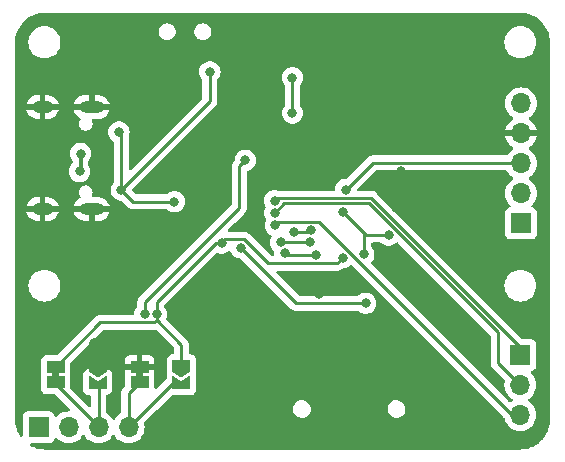
<source format=gbr>
%TF.GenerationSoftware,KiCad,Pcbnew,7.0.8*%
%TF.CreationDate,2024-02-27T14:33:36-06:00*%
%TF.ProjectId,Rickus-CH32V003,5269636b-7573-42d4-9348-333256303033,rev?*%
%TF.SameCoordinates,Original*%
%TF.FileFunction,Copper,L2,Bot*%
%TF.FilePolarity,Positive*%
%FSLAX46Y46*%
G04 Gerber Fmt 4.6, Leading zero omitted, Abs format (unit mm)*
G04 Created by KiCad (PCBNEW 7.0.8) date 2024-02-27 14:33:36*
%MOMM*%
%LPD*%
G01*
G04 APERTURE LIST*
G04 Aperture macros list*
%AMFreePoly0*
4,1,6,1.000000,0.000000,0.500000,-0.750000,-0.500000,-0.750000,-0.500000,0.750000,0.500000,0.750000,1.000000,0.000000,1.000000,0.000000,$1*%
%AMFreePoly1*
4,1,6,0.500000,-0.750000,-0.650000,-0.750000,-0.150000,0.000000,-0.650000,0.750000,0.500000,0.750000,0.500000,-0.750000,0.500000,-0.750000,$1*%
G04 Aperture macros list end*
%TA.AperFunction,ComponentPad*%
%ADD10R,1.700000X1.700000*%
%TD*%
%TA.AperFunction,ComponentPad*%
%ADD11O,1.700000X1.700000*%
%TD*%
%TA.AperFunction,ComponentPad*%
%ADD12O,2.100000X1.000000*%
%TD*%
%TA.AperFunction,ComponentPad*%
%ADD13O,1.800000X1.000000*%
%TD*%
%TA.AperFunction,SMDPad,CuDef*%
%ADD14FreePoly0,270.000000*%
%TD*%
%TA.AperFunction,SMDPad,CuDef*%
%ADD15FreePoly1,270.000000*%
%TD*%
%TA.AperFunction,SMDPad,CuDef*%
%ADD16R,1.500000X1.000000*%
%TD*%
%TA.AperFunction,ViaPad*%
%ADD17C,0.800000*%
%TD*%
%TA.AperFunction,Conductor*%
%ADD18C,0.250000*%
%TD*%
%TA.AperFunction,Conductor*%
%ADD19C,0.310000*%
%TD*%
G04 APERTURE END LIST*
%TA.AperFunction,EtchedComponent*%
%TO.C,JP4*%
G36*
X181750000Y-101400000D02*
G01*
X181150000Y-101400000D01*
X181150000Y-100900000D01*
X181750000Y-100900000D01*
X181750000Y-101400000D01*
G37*
%TD.AperFunction*%
%TA.AperFunction,EtchedComponent*%
%TO.C,JP2*%
G36*
X188850000Y-101400000D02*
G01*
X188250000Y-101400000D01*
X188250000Y-100900000D01*
X188850000Y-100900000D01*
X188850000Y-101400000D01*
G37*
%TD.AperFunction*%
%TD*%
D10*
%TO.P,J3,1,Pin_1*%
%TO.N,PA1*%
X220800000Y-99475000D03*
D11*
%TO.P,J3,2,Pin_2*%
%TO.N,PA2*%
X220800000Y-102015000D03*
%TO.P,J3,3,Pin_3*%
%TO.N,PD0*%
X220800000Y-104555000D03*
%TD*%
D10*
%TO.P,J2,1,Pin_1*%
%TO.N,VCC*%
X220850000Y-88330000D03*
D11*
%TO.P,J2,2,Pin_2*%
%TO.N,SWCL*%
X220850000Y-85790000D03*
%TO.P,J2,3,Pin_3*%
%TO.N,SWIO*%
X220850000Y-83250000D03*
%TO.P,J2,4,Pin_4*%
%TO.N,VSS*%
X220850000Y-80710000D03*
%TO.P,J2,5,Pin_5*%
%TO.N,MULTI2*%
X220850000Y-78170000D03*
%TD*%
D10*
%TO.P,J4,1,Pin_1*%
%TO.N,SDA*%
X180000000Y-105600000D03*
D11*
%TO.P,J4,2,Pin_2*%
%TO.N,SCL*%
X182540000Y-105600000D03*
%TO.P,J4,3,Pin_3*%
%TO.N,Net-(J4-Pin_3)*%
X185080000Y-105600000D03*
%TO.P,J4,4,Pin_4*%
%TO.N,Net-(J4-Pin_4)*%
X187620000Y-105600000D03*
%TD*%
D12*
%TO.P,J1,S1,SHIELD*%
%TO.N,VSS*%
X184487500Y-78480000D03*
D13*
X180337500Y-78480000D03*
D12*
X184487500Y-87120000D03*
D13*
X180337500Y-87120000D03*
%TD*%
D14*
%TO.P,JP1,1,A*%
%TO.N,VCC*%
X192100000Y-100425000D03*
D15*
%TO.P,JP1,2,B*%
%TO.N,Net-(J4-Pin_4)*%
X192100000Y-101875000D03*
%TD*%
D16*
%TO.P,JP4,1,A*%
%TO.N,Net-(J4-Pin_3)*%
X181450000Y-101800000D03*
%TO.P,JP4,2,B*%
%TO.N,VCC*%
X181450000Y-100500000D03*
%TD*%
D14*
%TO.P,JP3,1,A*%
%TO.N,VSS*%
X185000000Y-100400000D03*
D15*
%TO.P,JP3,2,B*%
%TO.N,Net-(J4-Pin_3)*%
X185000000Y-101850000D03*
%TD*%
D16*
%TO.P,JP2,1,A*%
%TO.N,VSS*%
X188550000Y-100500000D03*
%TO.P,JP2,2,B*%
%TO.N,Net-(J4-Pin_4)*%
X188550000Y-101800000D03*
%TD*%
D17*
%TO.N,VSS*%
X211600000Y-91950000D03*
%TO.N,PD0*%
X200050000Y-88500000D03*
%TO.N,PA2*%
X200004869Y-87419221D03*
%TO.N,PA1*%
X199981943Y-86416841D03*
%TO.N,VSS*%
X210716865Y-83930000D03*
X189400000Y-90000000D03*
X187800000Y-77900000D03*
X195400000Y-81400000D03*
X198400000Y-76300000D03*
X189400000Y-76500000D03*
X197250000Y-88500000D03*
X183300000Y-102000000D03*
X205500000Y-76300000D03*
X190000000Y-105300000D03*
X203800000Y-83100000D03*
X186400000Y-90700000D03*
X184728778Y-98496841D03*
X191000000Y-83000000D03*
X186700000Y-101600000D03*
X199500000Y-82800000D03*
X182860380Y-79417500D03*
X210300000Y-87000000D03*
X192600000Y-90000000D03*
X203720848Y-94295542D03*
X182100000Y-85500000D03*
X196900000Y-93200000D03*
X194600000Y-101000000D03*
X206000000Y-82700000D03*
%TO.N,VUSB*%
X186800000Y-80600000D03*
X187000000Y-85500000D03*
X191500000Y-86500000D03*
X194500000Y-75500000D03*
%TO.N,VCC*%
X201500000Y-79000000D03*
X201500000Y-76000000D03*
X195500000Y-90000000D03*
X205751710Y-91227016D03*
X190000000Y-96000000D03*
%TO.N,D+*%
X183553937Y-82428631D03*
X183474774Y-83929652D03*
%TO.N,SD_CS*%
X207700000Y-95100000D03*
X197100000Y-90400000D03*
%TO.N,MOSI*%
X209644286Y-89325000D03*
X207537653Y-90962347D03*
X205735837Y-87371990D03*
%TO.N,SWIO*%
X206000000Y-85471990D03*
%TO.N,SDA*%
X200827974Y-90878159D03*
X203500000Y-91000000D03*
%TO.N,SCL*%
X200493711Y-89935676D03*
X203023108Y-89924543D03*
%TO.N,PD4*%
X189000000Y-96000000D03*
X197500000Y-83000000D03*
%TO.N,PC3*%
X201596220Y-89074086D03*
X203046220Y-88925000D03*
%TD*%
D18*
%TO.N,MOSI*%
X205735837Y-87371990D02*
X207688847Y-89325000D01*
X207688847Y-89325000D02*
X209644286Y-89325000D01*
%TO.N,PA2*%
X200777100Y-86646990D02*
X200004869Y-87419221D01*
X207996990Y-86646990D02*
X200777100Y-86646990D01*
X218900000Y-97550000D02*
X207996990Y-86646990D01*
X218900000Y-100115000D02*
X218900000Y-97550000D01*
X220800000Y-102015000D02*
X218900000Y-100115000D01*
%TO.N,PD0*%
X200350000Y-88200000D02*
X200050000Y-88500000D01*
X220105001Y-104555000D02*
X203750001Y-88200000D01*
X220800000Y-104555000D02*
X220105001Y-104555000D01*
%TO.N,SDA*%
X200949815Y-91000000D02*
X200827974Y-90878159D01*
X203500000Y-91000000D02*
X200949815Y-91000000D01*
%TO.N,PD0*%
X203750001Y-88200000D02*
X200350000Y-88200000D01*
%TO.N,SCL*%
X200504844Y-89924543D02*
X200493711Y-89935676D01*
X203023108Y-89924543D02*
X200504844Y-89924543D01*
%TO.N,PC3*%
X201596220Y-89074086D02*
X202897134Y-89074086D01*
%TO.N,PA1*%
X220800000Y-99475000D02*
X220800000Y-98813604D01*
X200201794Y-86196990D02*
X199981943Y-86416841D01*
%TO.N,VCC*%
X205253726Y-91725000D02*
X205751710Y-91227016D01*
X199450305Y-91725000D02*
X205253726Y-91725000D01*
%TO.N,PA1*%
X208183386Y-86196990D02*
X200201794Y-86196990D01*
%TO.N,VCC*%
X197400305Y-89675000D02*
X199450305Y-91725000D01*
%TO.N,PC3*%
X202897134Y-89074086D02*
X203046220Y-88925000D01*
%TO.N,MOSI*%
X205735837Y-87371990D02*
X207537653Y-89173806D01*
%TO.N,VCC*%
X195825000Y-89675000D02*
X197400305Y-89675000D01*
%TO.N,PA1*%
X220800000Y-98813604D02*
X208183386Y-86196990D01*
%TO.N,VCC*%
X195500000Y-90000000D02*
X195825000Y-89675000D01*
%TO.N,MOSI*%
X207537653Y-89173806D02*
X207537653Y-90962347D01*
%TO.N,SWIO*%
X208295000Y-83205000D02*
X206028010Y-85471990D01*
X220800000Y-83205000D02*
X208295000Y-83205000D01*
X206028010Y-85471990D02*
X206000000Y-85471990D01*
%TO.N,VUSB*%
X188000000Y-86500000D02*
X191500000Y-86500000D01*
X187000000Y-85500000D02*
X194500000Y-78000000D01*
X187000000Y-80800000D02*
X186800000Y-80600000D01*
X194500000Y-78000000D02*
X194500000Y-75500000D01*
X187000000Y-85500000D02*
X187000000Y-80800000D01*
X187000000Y-85500000D02*
X188000000Y-86500000D01*
%TO.N,VCC*%
X185225000Y-96725000D02*
X189775000Y-96725000D01*
X181450000Y-100500000D02*
X185225000Y-96725000D01*
X195500000Y-90000000D02*
X195000000Y-90000000D01*
X190000000Y-96500000D02*
X190000000Y-96000000D01*
X192100000Y-98600000D02*
X190000000Y-96500000D01*
X195000000Y-90000000D02*
X190000000Y-95000000D01*
X192100000Y-100425000D02*
X192100000Y-98600000D01*
X189775000Y-96725000D02*
X190000000Y-96500000D01*
X201500000Y-79000000D02*
X201500000Y-76000000D01*
X190000000Y-95000000D02*
X190000000Y-96000000D01*
D19*
%TO.N,D+*%
X183553937Y-83850489D02*
X183553937Y-82428631D01*
X183474774Y-83929652D02*
X183553937Y-83850489D01*
D18*
%TO.N,SD_CS*%
X201800000Y-95100000D02*
X197100000Y-90400000D01*
X207700000Y-95100000D02*
X201800000Y-95100000D01*
%TO.N,Net-(J4-Pin_3)*%
X185080000Y-105600000D02*
X185080000Y-101805000D01*
X181450000Y-101970000D02*
X181450000Y-101800000D01*
X185080000Y-105600000D02*
X181450000Y-101970000D01*
X185080000Y-101805000D02*
X185000000Y-101725000D01*
%TO.N,Net-(J4-Pin_4)*%
X191345000Y-101875000D02*
X192100000Y-101875000D01*
X187620000Y-102730000D02*
X188550000Y-101800000D01*
X187620000Y-105600000D02*
X187620000Y-102730000D01*
X187620000Y-105600000D02*
X191345000Y-101875000D01*
%TO.N,PD4*%
X197000000Y-83500000D02*
X197000000Y-87000000D01*
X189000000Y-95000000D02*
X189000000Y-96000000D01*
X197000000Y-87000000D02*
X189000000Y-95000000D01*
X197500000Y-83000000D02*
X197000000Y-83500000D01*
%TD*%
%TA.AperFunction,Conductor*%
%TO.N,VSS*%
G36*
X220801867Y-70500613D02*
G01*
X220818189Y-70501600D01*
X220898917Y-70506483D01*
X221106399Y-70520082D01*
X221113502Y-70520963D01*
X221249227Y-70545836D01*
X221415664Y-70578942D01*
X221421961Y-70580544D01*
X221552376Y-70621183D01*
X221561157Y-70623920D01*
X221715039Y-70676155D01*
X221720539Y-70678321D01*
X221856505Y-70739514D01*
X221999853Y-70810206D01*
X222004493Y-70812747D01*
X222132387Y-70890062D01*
X222134758Y-70891570D01*
X222265590Y-70978990D01*
X222269382Y-70981736D01*
X222387552Y-71074316D01*
X222390196Y-71076508D01*
X222508075Y-71179885D01*
X222511037Y-71182659D01*
X222617339Y-71288961D01*
X222620113Y-71291923D01*
X222723490Y-71409802D01*
X222725682Y-71412446D01*
X222818262Y-71530616D01*
X222821008Y-71534408D01*
X222908428Y-71665240D01*
X222909936Y-71667611D01*
X222987251Y-71795505D01*
X222989799Y-71800160D01*
X223060491Y-71943507D01*
X223121675Y-72079454D01*
X223123848Y-72084973D01*
X223176079Y-72238842D01*
X223219446Y-72378008D01*
X223221063Y-72384362D01*
X223254167Y-72550791D01*
X223279033Y-72686486D01*
X223279917Y-72693612D01*
X223293517Y-72901100D01*
X223299386Y-72998122D01*
X223299499Y-73001901D01*
X223281733Y-104980374D01*
X223281620Y-104984084D01*
X223275748Y-105081152D01*
X223262148Y-105288608D01*
X223261264Y-105295734D01*
X223236397Y-105431428D01*
X223203288Y-105597871D01*
X223201670Y-105604225D01*
X223158314Y-105743356D01*
X223106067Y-105897268D01*
X223103894Y-105902787D01*
X223042723Y-106038701D01*
X222972020Y-106182068D01*
X222969472Y-106186722D01*
X222892162Y-106314608D01*
X222890655Y-106316979D01*
X222803229Y-106447820D01*
X222800483Y-106451612D01*
X222707912Y-106569770D01*
X222705720Y-106572413D01*
X222602331Y-106690305D01*
X222599557Y-106693267D01*
X222493267Y-106799557D01*
X222490305Y-106802331D01*
X222372413Y-106905720D01*
X222369770Y-106907912D01*
X222251612Y-107000483D01*
X222247820Y-107003229D01*
X222116979Y-107090655D01*
X222114608Y-107092162D01*
X221986722Y-107169472D01*
X221982068Y-107172020D01*
X221838701Y-107242723D01*
X221702787Y-107303894D01*
X221697268Y-107306067D01*
X221543356Y-107358314D01*
X221404225Y-107401670D01*
X221397871Y-107403288D01*
X221231428Y-107436397D01*
X221095734Y-107461264D01*
X221088608Y-107462148D01*
X220881152Y-107475748D01*
X220784098Y-107481620D01*
X220780352Y-107481733D01*
X180519648Y-107481733D01*
X180515903Y-107481620D01*
X180418847Y-107475748D01*
X180211390Y-107462148D01*
X180204263Y-107461264D01*
X180068571Y-107436397D01*
X179902127Y-107403288D01*
X179895773Y-107401670D01*
X179756643Y-107358314D01*
X179602730Y-107306067D01*
X179597211Y-107303894D01*
X179461298Y-107242723D01*
X179345691Y-107185711D01*
X179294272Y-107138405D01*
X179276591Y-107070809D01*
X179298262Y-107004385D01*
X179352404Y-106960222D01*
X179400531Y-106950499D01*
X180897872Y-106950499D01*
X180957483Y-106944091D01*
X181092331Y-106893796D01*
X181207546Y-106807546D01*
X181293796Y-106692331D01*
X181342810Y-106560916D01*
X181384681Y-106504984D01*
X181450145Y-106480566D01*
X181518418Y-106495417D01*
X181546673Y-106516569D01*
X181668599Y-106638495D01*
X181765384Y-106706265D01*
X181862165Y-106774032D01*
X181862167Y-106774033D01*
X181862170Y-106774035D01*
X182076337Y-106873903D01*
X182304592Y-106935063D01*
X182481034Y-106950500D01*
X182539999Y-106955659D01*
X182540000Y-106955659D01*
X182540001Y-106955659D01*
X182598966Y-106950500D01*
X182775408Y-106935063D01*
X183003663Y-106873903D01*
X183217830Y-106774035D01*
X183411401Y-106638495D01*
X183578495Y-106471401D01*
X183708425Y-106285842D01*
X183763002Y-106242217D01*
X183832500Y-106235023D01*
X183894855Y-106266546D01*
X183911575Y-106285842D01*
X184041500Y-106471395D01*
X184041505Y-106471401D01*
X184208599Y-106638495D01*
X184305384Y-106706265D01*
X184402165Y-106774032D01*
X184402167Y-106774033D01*
X184402170Y-106774035D01*
X184616337Y-106873903D01*
X184844592Y-106935063D01*
X185021034Y-106950500D01*
X185079999Y-106955659D01*
X185080000Y-106955659D01*
X185080001Y-106955659D01*
X185138966Y-106950500D01*
X185315408Y-106935063D01*
X185543663Y-106873903D01*
X185757830Y-106774035D01*
X185951401Y-106638495D01*
X186118495Y-106471401D01*
X186248425Y-106285842D01*
X186303002Y-106242217D01*
X186372500Y-106235023D01*
X186434855Y-106266546D01*
X186451575Y-106285842D01*
X186581500Y-106471395D01*
X186581505Y-106471401D01*
X186748599Y-106638495D01*
X186845384Y-106706265D01*
X186942165Y-106774032D01*
X186942167Y-106774033D01*
X186942170Y-106774035D01*
X187156337Y-106873903D01*
X187384592Y-106935063D01*
X187561034Y-106950500D01*
X187619999Y-106955659D01*
X187620000Y-106955659D01*
X187620001Y-106955659D01*
X187678966Y-106950500D01*
X187855408Y-106935063D01*
X188083663Y-106873903D01*
X188297830Y-106774035D01*
X188491401Y-106638495D01*
X188658495Y-106471401D01*
X188794035Y-106277830D01*
X188893903Y-106063663D01*
X188955063Y-105835408D01*
X188975659Y-105600000D01*
X188955063Y-105364592D01*
X188928143Y-105264125D01*
X188929806Y-105194276D01*
X188960235Y-105144353D01*
X190010655Y-104093933D01*
X201545668Y-104093933D01*
X201561058Y-104181210D01*
X201576135Y-104266711D01*
X201645623Y-104427804D01*
X201645624Y-104427806D01*
X201645626Y-104427809D01*
X201740317Y-104555000D01*
X201750390Y-104568530D01*
X201884786Y-104681302D01*
X201945772Y-104711930D01*
X202041562Y-104760038D01*
X202041563Y-104760038D01*
X202041567Y-104760040D01*
X202212279Y-104800500D01*
X202212282Y-104800500D01*
X202343701Y-104800500D01*
X202343709Y-104800500D01*
X202474255Y-104785241D01*
X202639117Y-104725237D01*
X202785696Y-104628830D01*
X202906092Y-104501218D01*
X202993812Y-104349281D01*
X203044130Y-104181210D01*
X203049213Y-104093933D01*
X209545668Y-104093933D01*
X209561058Y-104181210D01*
X209576135Y-104266711D01*
X209645623Y-104427804D01*
X209645624Y-104427806D01*
X209645626Y-104427809D01*
X209740317Y-104555000D01*
X209750390Y-104568530D01*
X209884786Y-104681302D01*
X209945772Y-104711930D01*
X210041562Y-104760038D01*
X210041563Y-104760038D01*
X210041567Y-104760040D01*
X210212279Y-104800500D01*
X210212282Y-104800500D01*
X210343701Y-104800500D01*
X210343709Y-104800500D01*
X210474255Y-104785241D01*
X210639117Y-104725237D01*
X210785696Y-104628830D01*
X210906092Y-104501218D01*
X210993812Y-104349281D01*
X211044130Y-104181210D01*
X211054331Y-104006065D01*
X211023865Y-103833289D01*
X210954377Y-103672196D01*
X210849610Y-103531470D01*
X210831775Y-103516505D01*
X210715214Y-103418698D01*
X210715212Y-103418697D01*
X210558437Y-103339961D01*
X210558433Y-103339960D01*
X210387721Y-103299500D01*
X210256291Y-103299500D01*
X210151854Y-103311707D01*
X210125743Y-103314759D01*
X210125740Y-103314760D01*
X209960884Y-103374762D01*
X209960880Y-103374764D01*
X209814306Y-103471167D01*
X209814305Y-103471168D01*
X209693910Y-103598778D01*
X209606188Y-103750718D01*
X209555870Y-103918789D01*
X209555869Y-103918794D01*
X209545668Y-104093933D01*
X203049213Y-104093933D01*
X203054331Y-104006065D01*
X203023865Y-103833289D01*
X202954377Y-103672196D01*
X202849610Y-103531470D01*
X202831775Y-103516505D01*
X202715214Y-103418698D01*
X202715212Y-103418697D01*
X202558437Y-103339961D01*
X202558433Y-103339960D01*
X202387721Y-103299500D01*
X202256291Y-103299500D01*
X202151854Y-103311707D01*
X202125743Y-103314759D01*
X202125740Y-103314760D01*
X201960884Y-103374762D01*
X201960880Y-103374764D01*
X201814306Y-103471167D01*
X201814305Y-103471168D01*
X201693910Y-103598778D01*
X201606188Y-103750718D01*
X201555870Y-103918789D01*
X201555869Y-103918794D01*
X201545668Y-104093933D01*
X190010655Y-104093933D01*
X191195899Y-102908689D01*
X191257220Y-102875206D01*
X191301223Y-102873634D01*
X191350000Y-102880647D01*
X191350003Y-102880647D01*
X192850000Y-102880647D01*
X192921961Y-102875500D01*
X192921963Y-102875499D01*
X192921965Y-102875499D01*
X193060050Y-102834954D01*
X193060050Y-102834953D01*
X193060053Y-102834953D01*
X193181128Y-102757143D01*
X193275377Y-102648373D01*
X193335165Y-102517457D01*
X193355647Y-102375000D01*
X193355647Y-101225000D01*
X193353647Y-101199995D01*
X193349221Y-101144649D01*
X193349220Y-101144647D01*
X193349220Y-101144639D01*
X193340361Y-101116245D01*
X193335997Y-101061670D01*
X193338188Y-101046432D01*
X193355647Y-100925000D01*
X193355647Y-99925000D01*
X193350500Y-99853039D01*
X193322497Y-99757669D01*
X193309954Y-99714949D01*
X193269260Y-99651628D01*
X193232143Y-99593872D01*
X193123373Y-99499623D01*
X193116898Y-99496666D01*
X192992456Y-99439834D01*
X192885792Y-99424499D01*
X192850000Y-99419353D01*
X192849998Y-99419353D01*
X192849500Y-99419353D01*
X192849339Y-99419305D01*
X192845580Y-99419037D01*
X192845638Y-99418219D01*
X192782461Y-99399668D01*
X192736706Y-99346864D01*
X192725500Y-99295353D01*
X192725500Y-98682737D01*
X192727224Y-98667123D01*
X192726938Y-98667096D01*
X192727672Y-98659333D01*
X192725500Y-98590202D01*
X192725500Y-98560651D01*
X192725500Y-98560650D01*
X192724629Y-98553759D01*
X192724172Y-98547945D01*
X192722709Y-98501374D01*
X192722709Y-98501372D01*
X192717120Y-98482137D01*
X192713174Y-98463084D01*
X192710664Y-98443208D01*
X192693501Y-98399859D01*
X192691614Y-98394346D01*
X192678617Y-98349610D01*
X192678616Y-98349608D01*
X192668421Y-98332369D01*
X192659860Y-98314893D01*
X192652486Y-98296269D01*
X192652486Y-98296267D01*
X192642474Y-98282488D01*
X192625083Y-98258550D01*
X192621900Y-98253705D01*
X192598170Y-98213579D01*
X192598165Y-98213573D01*
X192584005Y-98199413D01*
X192571370Y-98184620D01*
X192559593Y-98168412D01*
X192523693Y-98138713D01*
X192519381Y-98134790D01*
X190862688Y-96478097D01*
X190829203Y-96416774D01*
X190832438Y-96352098D01*
X190848940Y-96301310D01*
X190885674Y-96188256D01*
X190905460Y-96000000D01*
X190885674Y-95811744D01*
X190830739Y-95642673D01*
X190827181Y-95631722D01*
X190827180Y-95631721D01*
X190827179Y-95631716D01*
X190732533Y-95467784D01*
X190661680Y-95389093D01*
X190631450Y-95326101D01*
X190640076Y-95256766D01*
X190666146Y-95218443D01*
X195023799Y-90860790D01*
X195085120Y-90827307D01*
X195154812Y-90832291D01*
X195161888Y-90835182D01*
X195220197Y-90861144D01*
X195405354Y-90900500D01*
X195405355Y-90900500D01*
X195594644Y-90900500D01*
X195594646Y-90900500D01*
X195779803Y-90861144D01*
X195952730Y-90784151D01*
X196077785Y-90693292D01*
X196143590Y-90669814D01*
X196211644Y-90685639D01*
X196260339Y-90735745D01*
X196268600Y-90755294D01*
X196272818Y-90768278D01*
X196272821Y-90768284D01*
X196367467Y-90932216D01*
X196440942Y-91013818D01*
X196494129Y-91072888D01*
X196647265Y-91184148D01*
X196647270Y-91184151D01*
X196820192Y-91261142D01*
X196820197Y-91261144D01*
X197005354Y-91300500D01*
X197064548Y-91300500D01*
X197131587Y-91320185D01*
X197152229Y-91336819D01*
X201299194Y-95483784D01*
X201309019Y-95496048D01*
X201309240Y-95495866D01*
X201314210Y-95501873D01*
X201314213Y-95501876D01*
X201314214Y-95501877D01*
X201364651Y-95549241D01*
X201385530Y-95570120D01*
X201391004Y-95574366D01*
X201395442Y-95578156D01*
X201429418Y-95610062D01*
X201429422Y-95610064D01*
X201446973Y-95619713D01*
X201463231Y-95630392D01*
X201479064Y-95642674D01*
X201501015Y-95652172D01*
X201521837Y-95661183D01*
X201527081Y-95663752D01*
X201567908Y-95686197D01*
X201587312Y-95691179D01*
X201605710Y-95697478D01*
X201624105Y-95705438D01*
X201670129Y-95712726D01*
X201675832Y-95713907D01*
X201720981Y-95725500D01*
X201741016Y-95725500D01*
X201760413Y-95727026D01*
X201780196Y-95730160D01*
X201826584Y-95725775D01*
X201832422Y-95725500D01*
X206996252Y-95725500D01*
X207063291Y-95745185D01*
X207088400Y-95766526D01*
X207094126Y-95772885D01*
X207094130Y-95772889D01*
X207247265Y-95884148D01*
X207247270Y-95884151D01*
X207420192Y-95961142D01*
X207420197Y-95961144D01*
X207605354Y-96000500D01*
X207605355Y-96000500D01*
X207794644Y-96000500D01*
X207794646Y-96000500D01*
X207979803Y-95961144D01*
X208152730Y-95884151D01*
X208305871Y-95772888D01*
X208432533Y-95632216D01*
X208527179Y-95468284D01*
X208585674Y-95288256D01*
X208605460Y-95100000D01*
X208585674Y-94911744D01*
X208527179Y-94731716D01*
X208432533Y-94567784D01*
X208305871Y-94427112D01*
X208305870Y-94427111D01*
X208152734Y-94315851D01*
X208152729Y-94315848D01*
X207979807Y-94238857D01*
X207979802Y-94238855D01*
X207834001Y-94207865D01*
X207794646Y-94199500D01*
X207605354Y-94199500D01*
X207572897Y-94206398D01*
X207420197Y-94238855D01*
X207420192Y-94238857D01*
X207247270Y-94315848D01*
X207247265Y-94315851D01*
X207094130Y-94427110D01*
X207094126Y-94427114D01*
X207088400Y-94433474D01*
X207028913Y-94470121D01*
X206996252Y-94474500D01*
X202110452Y-94474500D01*
X202043413Y-94454815D01*
X202022771Y-94438181D01*
X200146771Y-92562181D01*
X200113286Y-92500858D01*
X200118270Y-92431166D01*
X200160142Y-92375233D01*
X200225606Y-92350816D01*
X200234452Y-92350500D01*
X205170983Y-92350500D01*
X205186603Y-92352224D01*
X205186630Y-92351939D01*
X205194386Y-92352671D01*
X205194393Y-92352673D01*
X205263540Y-92350500D01*
X205293076Y-92350500D01*
X205299954Y-92349630D01*
X205305767Y-92349172D01*
X205352353Y-92347709D01*
X205371595Y-92342117D01*
X205390638Y-92338174D01*
X205410518Y-92335664D01*
X205453848Y-92318507D01*
X205459372Y-92316617D01*
X205463122Y-92315527D01*
X205504116Y-92303618D01*
X205521355Y-92293422D01*
X205538829Y-92284862D01*
X205557453Y-92277488D01*
X205557453Y-92277487D01*
X205557458Y-92277486D01*
X205595175Y-92250082D01*
X205600031Y-92246892D01*
X205640146Y-92223170D01*
X205654315Y-92208999D01*
X205669105Y-92196368D01*
X205685313Y-92184594D01*
X205695337Y-92172477D01*
X205753236Y-92133369D01*
X205790882Y-92127516D01*
X205846354Y-92127516D01*
X205846356Y-92127516D01*
X206031513Y-92088160D01*
X206204440Y-92011167D01*
X206357581Y-91899904D01*
X206368569Y-91887699D01*
X206428055Y-91851051D01*
X206497912Y-91852380D01*
X206548400Y-91882989D01*
X212997779Y-98332369D01*
X219444779Y-104779369D01*
X219476873Y-104834957D01*
X219526094Y-105018655D01*
X219526096Y-105018659D01*
X219526097Y-105018663D01*
X219607987Y-105194276D01*
X219625965Y-105232830D01*
X219625967Y-105232834D01*
X219718222Y-105364586D01*
X219761505Y-105426401D01*
X219928599Y-105593495D01*
X220025384Y-105661265D01*
X220122165Y-105729032D01*
X220122167Y-105729033D01*
X220122170Y-105729035D01*
X220336337Y-105828903D01*
X220336343Y-105828904D01*
X220336344Y-105828905D01*
X220360614Y-105835408D01*
X220564592Y-105890063D01*
X220752918Y-105906539D01*
X220799999Y-105910659D01*
X220800000Y-105910659D01*
X220800001Y-105910659D01*
X220839234Y-105907226D01*
X221035408Y-105890063D01*
X221263663Y-105828903D01*
X221477830Y-105729035D01*
X221671401Y-105593495D01*
X221838495Y-105426401D01*
X221974035Y-105232830D01*
X222073903Y-105018663D01*
X222135063Y-104790408D01*
X222155659Y-104555000D01*
X222135063Y-104319592D01*
X222073903Y-104091337D01*
X221974035Y-103877171D01*
X221960322Y-103857586D01*
X221838494Y-103683597D01*
X221671402Y-103516506D01*
X221671396Y-103516501D01*
X221485842Y-103386575D01*
X221442217Y-103331998D01*
X221435023Y-103262500D01*
X221466546Y-103200145D01*
X221485842Y-103183425D01*
X221508026Y-103167891D01*
X221671401Y-103053495D01*
X221838495Y-102886401D01*
X221974035Y-102692830D01*
X222073903Y-102478663D01*
X222135063Y-102250408D01*
X222155659Y-102015000D01*
X222135063Y-101779592D01*
X222073903Y-101551337D01*
X221974035Y-101337171D01*
X221914492Y-101252135D01*
X221838496Y-101143600D01*
X221780589Y-101085693D01*
X221716567Y-101021671D01*
X221683084Y-100960351D01*
X221688068Y-100890659D01*
X221729939Y-100834725D01*
X221760915Y-100817810D01*
X221892331Y-100768796D01*
X222007546Y-100682546D01*
X222093796Y-100567331D01*
X222144091Y-100432483D01*
X222150500Y-100372873D01*
X222150499Y-98577128D01*
X222144091Y-98517517D01*
X222138069Y-98501372D01*
X222093797Y-98382671D01*
X222093793Y-98382664D01*
X222007547Y-98267455D01*
X222007544Y-98267452D01*
X221892335Y-98181206D01*
X221892328Y-98181202D01*
X221757482Y-98130908D01*
X221757483Y-98130908D01*
X221697883Y-98124501D01*
X221697881Y-98124500D01*
X221697873Y-98124500D01*
X221697865Y-98124500D01*
X221046848Y-98124500D01*
X220979809Y-98104815D01*
X220959167Y-98088181D01*
X216470986Y-93600000D01*
X219444341Y-93600000D01*
X219464936Y-93835403D01*
X219464938Y-93835413D01*
X219526094Y-94063655D01*
X219526096Y-94063659D01*
X219526097Y-94063663D01*
X219576031Y-94170746D01*
X219625964Y-94277828D01*
X219625965Y-94277830D01*
X219761505Y-94471402D01*
X219928597Y-94638494D01*
X220122169Y-94774034D01*
X220122171Y-94774035D01*
X220336337Y-94873903D01*
X220564592Y-94935063D01*
X220741034Y-94950500D01*
X220858966Y-94950500D01*
X221035408Y-94935063D01*
X221263663Y-94873903D01*
X221477829Y-94774035D01*
X221671401Y-94638495D01*
X221838495Y-94471401D01*
X221974035Y-94277830D01*
X222073903Y-94063663D01*
X222135063Y-93835408D01*
X222155659Y-93600000D01*
X222135063Y-93364592D01*
X222073903Y-93136337D01*
X221974035Y-92922171D01*
X221974034Y-92922169D01*
X221838494Y-92728597D01*
X221671402Y-92561505D01*
X221477830Y-92425965D01*
X221477828Y-92425964D01*
X221369035Y-92375233D01*
X221263663Y-92326097D01*
X221263659Y-92326096D01*
X221263655Y-92326094D01*
X221035413Y-92264938D01*
X221035403Y-92264936D01*
X220858966Y-92249500D01*
X220741034Y-92249500D01*
X220564596Y-92264936D01*
X220564586Y-92264938D01*
X220336344Y-92326094D01*
X220336335Y-92326098D01*
X220122171Y-92425964D01*
X220122169Y-92425965D01*
X219928597Y-92561505D01*
X219761506Y-92728597D01*
X219761501Y-92728604D01*
X219625967Y-92922165D01*
X219625965Y-92922169D01*
X219526098Y-93136335D01*
X219526094Y-93136344D01*
X219464938Y-93364586D01*
X219464936Y-93364596D01*
X219444341Y-93599999D01*
X219444341Y-93600000D01*
X216470986Y-93600000D01*
X208684189Y-85813202D01*
X208674366Y-85800940D01*
X208674145Y-85801124D01*
X208669172Y-85795113D01*
X208663726Y-85789999D01*
X208618750Y-85747763D01*
X208608305Y-85737318D01*
X208597861Y-85726873D01*
X208592372Y-85722615D01*
X208587947Y-85718837D01*
X208553968Y-85686928D01*
X208553966Y-85686926D01*
X208553963Y-85686925D01*
X208536415Y-85677278D01*
X208520149Y-85666594D01*
X208504319Y-85654315D01*
X208461554Y-85635808D01*
X208456308Y-85633238D01*
X208415479Y-85610793D01*
X208415478Y-85610792D01*
X208396079Y-85605812D01*
X208377667Y-85599508D01*
X208359284Y-85591552D01*
X208359278Y-85591550D01*
X208313260Y-85584262D01*
X208307538Y-85583077D01*
X208262407Y-85571490D01*
X208262405Y-85571490D01*
X208242370Y-85571490D01*
X208222972Y-85569963D01*
X208215548Y-85568787D01*
X208203191Y-85566830D01*
X208203190Y-85566830D01*
X208156802Y-85571215D01*
X208150964Y-85571490D01*
X207112461Y-85571490D01*
X207045422Y-85551805D01*
X206999667Y-85499001D01*
X206989723Y-85429843D01*
X207018748Y-85366287D01*
X207024780Y-85359809D01*
X208517772Y-83866819D01*
X208579095Y-83833334D01*
X208605453Y-83830500D01*
X219551582Y-83830500D01*
X219618621Y-83850185D01*
X219663964Y-83902094D01*
X219675966Y-83927832D01*
X219811501Y-84121395D01*
X219811506Y-84121402D01*
X219978597Y-84288493D01*
X219978603Y-84288498D01*
X220164158Y-84418425D01*
X220207783Y-84473002D01*
X220214977Y-84542500D01*
X220183454Y-84604855D01*
X220164158Y-84621575D01*
X219978597Y-84751505D01*
X219811505Y-84918597D01*
X219675965Y-85112169D01*
X219675964Y-85112171D01*
X219576098Y-85326335D01*
X219576094Y-85326344D01*
X219514938Y-85554586D01*
X219514936Y-85554596D01*
X219494341Y-85789999D01*
X219494341Y-85790000D01*
X219514936Y-86025403D01*
X219514938Y-86025413D01*
X219576094Y-86253655D01*
X219576096Y-86253659D01*
X219576097Y-86253663D01*
X219657149Y-86427479D01*
X219675965Y-86467830D01*
X219675967Y-86467834D01*
X219784281Y-86622521D01*
X219811501Y-86661396D01*
X219811506Y-86661402D01*
X219933430Y-86783326D01*
X219966915Y-86844649D01*
X219961931Y-86914341D01*
X219920059Y-86970274D01*
X219889083Y-86987189D01*
X219757669Y-87036203D01*
X219757664Y-87036206D01*
X219642455Y-87122452D01*
X219642452Y-87122455D01*
X219556206Y-87237664D01*
X219556202Y-87237671D01*
X219505908Y-87372517D01*
X219499501Y-87432116D01*
X219499501Y-87432123D01*
X219499500Y-87432135D01*
X219499500Y-89227870D01*
X219499501Y-89227876D01*
X219505908Y-89287483D01*
X219556202Y-89422328D01*
X219556206Y-89422335D01*
X219642452Y-89537544D01*
X219642455Y-89537547D01*
X219757664Y-89623793D01*
X219757671Y-89623797D01*
X219892517Y-89674091D01*
X219892516Y-89674091D01*
X219899444Y-89674835D01*
X219952127Y-89680500D01*
X221747872Y-89680499D01*
X221807483Y-89674091D01*
X221942331Y-89623796D01*
X222057546Y-89537546D01*
X222143796Y-89422331D01*
X222194091Y-89287483D01*
X222200500Y-89227873D01*
X222200499Y-87432128D01*
X222194091Y-87372517D01*
X222193894Y-87371990D01*
X222143797Y-87237671D01*
X222143793Y-87237664D01*
X222057547Y-87122455D01*
X222057544Y-87122452D01*
X221942335Y-87036206D01*
X221942328Y-87036202D01*
X221810917Y-86987189D01*
X221754983Y-86945318D01*
X221730566Y-86879853D01*
X221745418Y-86811580D01*
X221766563Y-86783332D01*
X221888495Y-86661401D01*
X222024035Y-86467830D01*
X222123903Y-86253663D01*
X222185063Y-86025408D01*
X222205659Y-85790000D01*
X222185063Y-85554592D01*
X222123903Y-85326337D01*
X222024035Y-85112171D01*
X221888495Y-84918599D01*
X221888494Y-84918597D01*
X221721402Y-84751506D01*
X221721396Y-84751501D01*
X221535842Y-84621575D01*
X221492217Y-84566998D01*
X221485023Y-84497500D01*
X221516546Y-84435145D01*
X221535842Y-84418425D01*
X221558026Y-84402891D01*
X221721401Y-84288495D01*
X221888495Y-84121401D01*
X222024035Y-83927830D01*
X222123903Y-83713663D01*
X222185063Y-83485408D01*
X222205659Y-83250000D01*
X222185063Y-83014592D01*
X222126737Y-82796915D01*
X222123905Y-82786344D01*
X222123904Y-82786343D01*
X222123903Y-82786337D01*
X222024035Y-82572171D01*
X221950944Y-82467785D01*
X221888494Y-82378597D01*
X221721402Y-82211506D01*
X221721401Y-82211505D01*
X221535405Y-82081269D01*
X221491781Y-82026692D01*
X221484588Y-81957193D01*
X221516110Y-81894839D01*
X221535405Y-81878119D01*
X221721082Y-81748105D01*
X221888105Y-81581082D01*
X222023600Y-81387578D01*
X222123429Y-81173492D01*
X222123432Y-81173486D01*
X222180636Y-80960000D01*
X221283686Y-80960000D01*
X221309493Y-80919844D01*
X221350000Y-80781889D01*
X221350000Y-80638111D01*
X221309493Y-80500156D01*
X221283686Y-80460000D01*
X222180636Y-80460000D01*
X222180635Y-80459999D01*
X222123432Y-80246513D01*
X222123429Y-80246507D01*
X222023600Y-80032422D01*
X222023599Y-80032420D01*
X221888113Y-79838926D01*
X221888108Y-79838920D01*
X221721078Y-79671890D01*
X221535405Y-79541879D01*
X221491780Y-79487302D01*
X221484588Y-79417804D01*
X221516110Y-79355449D01*
X221535406Y-79338730D01*
X221583586Y-79304994D01*
X221721401Y-79208495D01*
X221888495Y-79041401D01*
X222024035Y-78847830D01*
X222123903Y-78633663D01*
X222185063Y-78405408D01*
X222205659Y-78170000D01*
X222185063Y-77934592D01*
X222123903Y-77706337D01*
X222024035Y-77492171D01*
X221888495Y-77298599D01*
X221888494Y-77298597D01*
X221721402Y-77131506D01*
X221721395Y-77131501D01*
X221527834Y-76995967D01*
X221527830Y-76995965D01*
X221527828Y-76995964D01*
X221313663Y-76896097D01*
X221313659Y-76896096D01*
X221313655Y-76896094D01*
X221085413Y-76834938D01*
X221085403Y-76834936D01*
X220850001Y-76814341D01*
X220849999Y-76814341D01*
X220614596Y-76834936D01*
X220614586Y-76834938D01*
X220386344Y-76896094D01*
X220386335Y-76896098D01*
X220172171Y-76995964D01*
X220172169Y-76995965D01*
X219978597Y-77131505D01*
X219811505Y-77298597D01*
X219675965Y-77492169D01*
X219675964Y-77492171D01*
X219576098Y-77706335D01*
X219576094Y-77706344D01*
X219514938Y-77934586D01*
X219514936Y-77934596D01*
X219494341Y-78169999D01*
X219494341Y-78170000D01*
X219514936Y-78405403D01*
X219514938Y-78405413D01*
X219576094Y-78633655D01*
X219576096Y-78633659D01*
X219576097Y-78633663D01*
X219637149Y-78764588D01*
X219675965Y-78847830D01*
X219675967Y-78847834D01*
X219811501Y-79041395D01*
X219811506Y-79041402D01*
X219978597Y-79208493D01*
X219978603Y-79208498D01*
X220164594Y-79338730D01*
X220208219Y-79393307D01*
X220215413Y-79462805D01*
X220183890Y-79525160D01*
X220164595Y-79541880D01*
X219978922Y-79671890D01*
X219978920Y-79671891D01*
X219811891Y-79838920D01*
X219811886Y-79838926D01*
X219676400Y-80032420D01*
X219676399Y-80032422D01*
X219576570Y-80246507D01*
X219576567Y-80246513D01*
X219519364Y-80459999D01*
X219519364Y-80460000D01*
X220416314Y-80460000D01*
X220390507Y-80500156D01*
X220350000Y-80638111D01*
X220350000Y-80781889D01*
X220390507Y-80919844D01*
X220416314Y-80960000D01*
X219519364Y-80960000D01*
X219576567Y-81173486D01*
X219576570Y-81173492D01*
X219676399Y-81387578D01*
X219811894Y-81581082D01*
X219978917Y-81748105D01*
X220164595Y-81878119D01*
X220208219Y-81932696D01*
X220215412Y-82002195D01*
X220183890Y-82064549D01*
X220164595Y-82081269D01*
X219978594Y-82211508D01*
X219811506Y-82378596D01*
X219707858Y-82526623D01*
X219653281Y-82570248D01*
X219606283Y-82579500D01*
X208377743Y-82579500D01*
X208362122Y-82577775D01*
X208362096Y-82578061D01*
X208354334Y-82577327D01*
X208354333Y-82577327D01*
X208285186Y-82579500D01*
X208255649Y-82579500D01*
X208248766Y-82580369D01*
X208242949Y-82580826D01*
X208196373Y-82582290D01*
X208177129Y-82587881D01*
X208158079Y-82591825D01*
X208138211Y-82594334D01*
X208094884Y-82611488D01*
X208089358Y-82613379D01*
X208044614Y-82626379D01*
X208044610Y-82626381D01*
X208027366Y-82636579D01*
X208009905Y-82645133D01*
X207991274Y-82652510D01*
X207991262Y-82652517D01*
X207953570Y-82679902D01*
X207948687Y-82683109D01*
X207908580Y-82706829D01*
X207894414Y-82720995D01*
X207879624Y-82733627D01*
X207863414Y-82745404D01*
X207863411Y-82745407D01*
X207833710Y-82781309D01*
X207829777Y-82785631D01*
X206080238Y-84535171D01*
X206018915Y-84568656D01*
X205992557Y-84571490D01*
X205905354Y-84571490D01*
X205872897Y-84578388D01*
X205720197Y-84610845D01*
X205720192Y-84610847D01*
X205547270Y-84687838D01*
X205547265Y-84687841D01*
X205394129Y-84799101D01*
X205267466Y-84939775D01*
X205172821Y-85103705D01*
X205172818Y-85103712D01*
X205114327Y-85283730D01*
X205114326Y-85283734D01*
X205100812Y-85412318D01*
X205095753Y-85460452D01*
X205069168Y-85525066D01*
X205011871Y-85565051D01*
X204972432Y-85571490D01*
X200323575Y-85571490D01*
X200273139Y-85560769D01*
X200261749Y-85555698D01*
X200261745Y-85555696D01*
X200115944Y-85524706D01*
X200076589Y-85516341D01*
X199887297Y-85516341D01*
X199854840Y-85523239D01*
X199702140Y-85555696D01*
X199702135Y-85555698D01*
X199529213Y-85632689D01*
X199529208Y-85632692D01*
X199376072Y-85743952D01*
X199249409Y-85884626D01*
X199154764Y-86048556D01*
X199154761Y-86048563D01*
X199096270Y-86228581D01*
X199096269Y-86228585D01*
X199076483Y-86416841D01*
X199096269Y-86605097D01*
X199096270Y-86605100D01*
X199154761Y-86785118D01*
X199154764Y-86785125D01*
X199202642Y-86868053D01*
X199207164Y-86875884D01*
X199223637Y-86943784D01*
X199207165Y-86999883D01*
X199177689Y-87050937D01*
X199131117Y-87194272D01*
X199119195Y-87230965D01*
X199099409Y-87419221D01*
X199119195Y-87607477D01*
X199119196Y-87607480D01*
X199177687Y-87787498D01*
X199177689Y-87787502D01*
X199177690Y-87787505D01*
X199194264Y-87816212D01*
X199263825Y-87936696D01*
X199280297Y-88004596D01*
X199263824Y-88060695D01*
X199222821Y-88131714D01*
X199164327Y-88311740D01*
X199164326Y-88311744D01*
X199144540Y-88500000D01*
X199164326Y-88688256D01*
X199164327Y-88688259D01*
X199222818Y-88868277D01*
X199222821Y-88868284D01*
X199317467Y-89032216D01*
X199388628Y-89111248D01*
X199444129Y-89172888D01*
X199597265Y-89284148D01*
X199597267Y-89284149D01*
X199597270Y-89284151D01*
X199656650Y-89310589D01*
X199709885Y-89355837D01*
X199730207Y-89422686D01*
X199713601Y-89485866D01*
X199666531Y-89567394D01*
X199666529Y-89567398D01*
X199611654Y-89736287D01*
X199608037Y-89747420D01*
X199588251Y-89935676D01*
X199608037Y-90123932D01*
X199608038Y-90123935D01*
X199666529Y-90303953D01*
X199666532Y-90303960D01*
X199761178Y-90467892D01*
X199869555Y-90588256D01*
X199887839Y-90608563D01*
X199888461Y-90609015D01*
X199888733Y-90609368D01*
X199892669Y-90612912D01*
X199892020Y-90613631D01*
X199931126Y-90664345D01*
X199938895Y-90722292D01*
X199924302Y-90861144D01*
X199922514Y-90878159D01*
X199931382Y-90962540D01*
X199918814Y-91031268D01*
X199871082Y-91082292D01*
X199808062Y-91099500D01*
X199760757Y-91099500D01*
X199693718Y-91079815D01*
X199673076Y-91063181D01*
X198796039Y-90186144D01*
X197901108Y-89291212D01*
X197891285Y-89278950D01*
X197891064Y-89279134D01*
X197886091Y-89273123D01*
X197835669Y-89225773D01*
X197825224Y-89215328D01*
X197814780Y-89204883D01*
X197809291Y-89200625D01*
X197804866Y-89196847D01*
X197770887Y-89164938D01*
X197770885Y-89164936D01*
X197770882Y-89164935D01*
X197753334Y-89155288D01*
X197737068Y-89144604D01*
X197721238Y-89132325D01*
X197678473Y-89113818D01*
X197673227Y-89111248D01*
X197632398Y-89088803D01*
X197632397Y-89088802D01*
X197612998Y-89083822D01*
X197594586Y-89077518D01*
X197576203Y-89069562D01*
X197576197Y-89069560D01*
X197530179Y-89062272D01*
X197524457Y-89061087D01*
X197479326Y-89049500D01*
X197479324Y-89049500D01*
X197459289Y-89049500D01*
X197439891Y-89047973D01*
X197432467Y-89046797D01*
X197420110Y-89044840D01*
X197420109Y-89044840D01*
X197373721Y-89049225D01*
X197367883Y-89049500D01*
X196134451Y-89049500D01*
X196067412Y-89029815D01*
X196021657Y-88977011D01*
X196011713Y-88907853D01*
X196040738Y-88844297D01*
X196046770Y-88837819D01*
X196612099Y-88272490D01*
X197383787Y-87500801D01*
X197396042Y-87490986D01*
X197395859Y-87490764D01*
X197401866Y-87485792D01*
X197401877Y-87485786D01*
X197432775Y-87452882D01*
X197449227Y-87435364D01*
X197459671Y-87424918D01*
X197470120Y-87414471D01*
X197474379Y-87408978D01*
X197478152Y-87404561D01*
X197510062Y-87370582D01*
X197519713Y-87353024D01*
X197530396Y-87336761D01*
X197542673Y-87320936D01*
X197561185Y-87278153D01*
X197563738Y-87272941D01*
X197586197Y-87232092D01*
X197591180Y-87212680D01*
X197597481Y-87194280D01*
X197605437Y-87175896D01*
X197612729Y-87129852D01*
X197613906Y-87124171D01*
X197625500Y-87079019D01*
X197625500Y-87058983D01*
X197627027Y-87039582D01*
X197630160Y-87019804D01*
X197625775Y-86973418D01*
X197625500Y-86967580D01*
X197625500Y-83994354D01*
X197645185Y-83927315D01*
X197697989Y-83881560D01*
X197723710Y-83873066D01*
X197779803Y-83861144D01*
X197779807Y-83861142D01*
X197779808Y-83861142D01*
X197838058Y-83835206D01*
X197952730Y-83784151D01*
X198105871Y-83672888D01*
X198232533Y-83532216D01*
X198327179Y-83368284D01*
X198385674Y-83188256D01*
X198405460Y-83000000D01*
X198385674Y-82811744D01*
X198327179Y-82631716D01*
X198232533Y-82467784D01*
X198105871Y-82327112D01*
X198105870Y-82327111D01*
X197952734Y-82215851D01*
X197952729Y-82215848D01*
X197779807Y-82138857D01*
X197779802Y-82138855D01*
X197634001Y-82107865D01*
X197594646Y-82099500D01*
X197405354Y-82099500D01*
X197372897Y-82106398D01*
X197220197Y-82138855D01*
X197220192Y-82138857D01*
X197047270Y-82215848D01*
X197047265Y-82215851D01*
X196894129Y-82327111D01*
X196767466Y-82467785D01*
X196672821Y-82631715D01*
X196672818Y-82631722D01*
X196619144Y-82796915D01*
X196614326Y-82811744D01*
X196602180Y-82927305D01*
X196596768Y-82978799D01*
X196570183Y-83043413D01*
X196563841Y-83050719D01*
X196550773Y-83064635D01*
X196543810Y-83071597D01*
X196529888Y-83085519D01*
X196529877Y-83085532D01*
X196525621Y-83091017D01*
X196521837Y-83095447D01*
X196489937Y-83129418D01*
X196489936Y-83129420D01*
X196480284Y-83146976D01*
X196469610Y-83163226D01*
X196457329Y-83179061D01*
X196457324Y-83179068D01*
X196438815Y-83221838D01*
X196436245Y-83227084D01*
X196413803Y-83267906D01*
X196408822Y-83287307D01*
X196402521Y-83305710D01*
X196394562Y-83324102D01*
X196394561Y-83324105D01*
X196387271Y-83370127D01*
X196386087Y-83375846D01*
X196374501Y-83420972D01*
X196374500Y-83420982D01*
X196374500Y-83441016D01*
X196372973Y-83460415D01*
X196369840Y-83480194D01*
X196369840Y-83480195D01*
X196374225Y-83526583D01*
X196374500Y-83532421D01*
X196374500Y-86689546D01*
X196354815Y-86756585D01*
X196338181Y-86777227D01*
X188616208Y-94499199D01*
X188603951Y-94509020D01*
X188604134Y-94509241D01*
X188598123Y-94514213D01*
X188550772Y-94564636D01*
X188529889Y-94585519D01*
X188529877Y-94585532D01*
X188525621Y-94591017D01*
X188521837Y-94595447D01*
X188489937Y-94629418D01*
X188489936Y-94629420D01*
X188480284Y-94646976D01*
X188469610Y-94663226D01*
X188457329Y-94679061D01*
X188457324Y-94679068D01*
X188438815Y-94721838D01*
X188436245Y-94727084D01*
X188413803Y-94767906D01*
X188408822Y-94787307D01*
X188402521Y-94805710D01*
X188394562Y-94824102D01*
X188394561Y-94824105D01*
X188387271Y-94870127D01*
X188386087Y-94875846D01*
X188374501Y-94920972D01*
X188374500Y-94920982D01*
X188374500Y-94941016D01*
X188372973Y-94960415D01*
X188369840Y-94980194D01*
X188369840Y-94980195D01*
X188374225Y-95026583D01*
X188374500Y-95032421D01*
X188374500Y-95301312D01*
X188354815Y-95368351D01*
X188342650Y-95384284D01*
X188267466Y-95467784D01*
X188172821Y-95631715D01*
X188172818Y-95631722D01*
X188114327Y-95811740D01*
X188114326Y-95811744D01*
X188106716Y-95884151D01*
X188095753Y-95988462D01*
X188069168Y-96053076D01*
X188011871Y-96093061D01*
X187972432Y-96099500D01*
X185307737Y-96099500D01*
X185292120Y-96097776D01*
X185292093Y-96098062D01*
X185284331Y-96097327D01*
X185215203Y-96099500D01*
X185185650Y-96099500D01*
X185184929Y-96099590D01*
X185178757Y-96100369D01*
X185172945Y-96100826D01*
X185126373Y-96102290D01*
X185126372Y-96102290D01*
X185107129Y-96107881D01*
X185088079Y-96111825D01*
X185068211Y-96114334D01*
X185068209Y-96114335D01*
X185024884Y-96131488D01*
X185019357Y-96133380D01*
X184974610Y-96146381D01*
X184974609Y-96146382D01*
X184957367Y-96156579D01*
X184939899Y-96165137D01*
X184921269Y-96172513D01*
X184921267Y-96172514D01*
X184883576Y-96199898D01*
X184878694Y-96203105D01*
X184838579Y-96226830D01*
X184824408Y-96241000D01*
X184809623Y-96253628D01*
X184793412Y-96265407D01*
X184763709Y-96301310D01*
X184759777Y-96305631D01*
X181602226Y-99463181D01*
X181540903Y-99496666D01*
X181514545Y-99499500D01*
X180652129Y-99499500D01*
X180652123Y-99499501D01*
X180592516Y-99505908D01*
X180457671Y-99556202D01*
X180457664Y-99556206D01*
X180342455Y-99642452D01*
X180342452Y-99642455D01*
X180256206Y-99757664D01*
X180256202Y-99757671D01*
X180205908Y-99892517D01*
X180199501Y-99952116D01*
X180199500Y-99952135D01*
X180199500Y-101047870D01*
X180199501Y-101047876D01*
X180205908Y-101107479D01*
X180207692Y-101115026D01*
X180206229Y-101115371D01*
X180210585Y-101176371D01*
X180206173Y-101191396D01*
X180205908Y-101192517D01*
X180202416Y-101225003D01*
X180199501Y-101252123D01*
X180199500Y-101252135D01*
X180199500Y-102347870D01*
X180199501Y-102347876D01*
X180205908Y-102407483D01*
X180256202Y-102542328D01*
X180256206Y-102542335D01*
X180342452Y-102657544D01*
X180342455Y-102657547D01*
X180457664Y-102743793D01*
X180457671Y-102743797D01*
X180491953Y-102756583D01*
X180592517Y-102794091D01*
X180652127Y-102800500D01*
X181344547Y-102800499D01*
X181411586Y-102820183D01*
X181432228Y-102836818D01*
X182628069Y-104032660D01*
X182661554Y-104093983D01*
X182656570Y-104163675D01*
X182614698Y-104219608D01*
X182549234Y-104244025D01*
X182540388Y-104244341D01*
X182539999Y-104244341D01*
X182304596Y-104264936D01*
X182304586Y-104264938D01*
X182076344Y-104326094D01*
X182076335Y-104326098D01*
X181862171Y-104425964D01*
X181862169Y-104425965D01*
X181668600Y-104561503D01*
X181546673Y-104683430D01*
X181485350Y-104716914D01*
X181415658Y-104711930D01*
X181359725Y-104670058D01*
X181342810Y-104639081D01*
X181293797Y-104507671D01*
X181293793Y-104507664D01*
X181207547Y-104392455D01*
X181207544Y-104392452D01*
X181092335Y-104306206D01*
X181092328Y-104306202D01*
X180957482Y-104255908D01*
X180957483Y-104255908D01*
X180897883Y-104249501D01*
X180897881Y-104249500D01*
X180897873Y-104249500D01*
X180897864Y-104249500D01*
X179102129Y-104249500D01*
X179102123Y-104249501D01*
X179042516Y-104255908D01*
X178907671Y-104306202D01*
X178907664Y-104306206D01*
X178792455Y-104392452D01*
X178792452Y-104392455D01*
X178706206Y-104507664D01*
X178706202Y-104507671D01*
X178655908Y-104642517D01*
X178649501Y-104702116D01*
X178649500Y-104702135D01*
X178649500Y-106267626D01*
X178629815Y-106334665D01*
X178577011Y-106380420D01*
X178507853Y-106390364D01*
X178444297Y-106361339D01*
X178422397Y-106336515D01*
X178409343Y-106316979D01*
X178409334Y-106316964D01*
X178407835Y-106314607D01*
X178330526Y-106186722D01*
X178327978Y-106182067D01*
X178257276Y-106038701D01*
X178196095Y-105902765D01*
X178193937Y-105897283D01*
X178141692Y-105743381D01*
X178098326Y-105604217D01*
X178096716Y-105597896D01*
X178063608Y-105431459D01*
X178038732Y-105295720D01*
X178037853Y-105288639D01*
X178024256Y-105081232D01*
X178018378Y-104984082D01*
X178018266Y-104980376D01*
X178018257Y-104964977D01*
X178011944Y-93600000D01*
X179144341Y-93600000D01*
X179164936Y-93835403D01*
X179164938Y-93835413D01*
X179226094Y-94063655D01*
X179226096Y-94063659D01*
X179226097Y-94063663D01*
X179276031Y-94170746D01*
X179325964Y-94277828D01*
X179325965Y-94277830D01*
X179461505Y-94471402D01*
X179628597Y-94638494D01*
X179822169Y-94774034D01*
X179822171Y-94774035D01*
X180036337Y-94873903D01*
X180264592Y-94935063D01*
X180441034Y-94950500D01*
X180558966Y-94950500D01*
X180735408Y-94935063D01*
X180963663Y-94873903D01*
X181177829Y-94774035D01*
X181371401Y-94638495D01*
X181538495Y-94471401D01*
X181674035Y-94277830D01*
X181773903Y-94063663D01*
X181835063Y-93835408D01*
X181855659Y-93600000D01*
X181835063Y-93364592D01*
X181773903Y-93136337D01*
X181674035Y-92922171D01*
X181674034Y-92922169D01*
X181538494Y-92728597D01*
X181371402Y-92561505D01*
X181177830Y-92425965D01*
X181177828Y-92425964D01*
X181069035Y-92375233D01*
X180963663Y-92326097D01*
X180963659Y-92326096D01*
X180963655Y-92326094D01*
X180735413Y-92264938D01*
X180735403Y-92264936D01*
X180558966Y-92249500D01*
X180441034Y-92249500D01*
X180264596Y-92264936D01*
X180264586Y-92264938D01*
X180036344Y-92326094D01*
X180036335Y-92326098D01*
X179822171Y-92425964D01*
X179822169Y-92425965D01*
X179628597Y-92561505D01*
X179461506Y-92728597D01*
X179461501Y-92728604D01*
X179325967Y-92922165D01*
X179325965Y-92922169D01*
X179226098Y-93136335D01*
X179226094Y-93136344D01*
X179164938Y-93364586D01*
X179164936Y-93364596D01*
X179144341Y-93599999D01*
X179144341Y-93600000D01*
X178011944Y-93600000D01*
X178008483Y-87370000D01*
X178964134Y-87370000D01*
X178964431Y-87371946D01*
X178964433Y-87371952D01*
X179035062Y-87562657D01*
X179035065Y-87562664D01*
X179142649Y-87735267D01*
X179282764Y-87882668D01*
X179282766Y-87882669D01*
X179449695Y-87998856D01*
X179636592Y-88079059D01*
X179835810Y-88120000D01*
X180087500Y-88120000D01*
X180087500Y-87420000D01*
X180587500Y-87420000D01*
X180587500Y-88120000D01*
X180788213Y-88120000D01*
X180939838Y-88104581D01*
X181133881Y-88043700D01*
X181133891Y-88043695D01*
X181311715Y-87944994D01*
X181311716Y-87944994D01*
X181466030Y-87812521D01*
X181466031Y-87812520D01*
X181590518Y-87651695D01*
X181680088Y-87469093D01*
X181705746Y-87370000D01*
X182964134Y-87370000D01*
X182964431Y-87371946D01*
X182964433Y-87371952D01*
X183035062Y-87562657D01*
X183035065Y-87562664D01*
X183142649Y-87735267D01*
X183282764Y-87882668D01*
X183282766Y-87882669D01*
X183449695Y-87998856D01*
X183636592Y-88079059D01*
X183835810Y-88120000D01*
X184237500Y-88120000D01*
X184237500Y-87420000D01*
X184737500Y-87420000D01*
X184737500Y-88120000D01*
X185088213Y-88120000D01*
X185239838Y-88104581D01*
X185433881Y-88043700D01*
X185433891Y-88043695D01*
X185611715Y-87944994D01*
X185611716Y-87944994D01*
X185766030Y-87812521D01*
X185766031Y-87812520D01*
X185890518Y-87651695D01*
X185980088Y-87469093D01*
X186005746Y-87370000D01*
X185203611Y-87370000D01*
X185243110Y-87345543D01*
X185310701Y-87256038D01*
X185341395Y-87148160D01*
X185331046Y-87036479D01*
X185281052Y-86936078D01*
X185208569Y-86870000D01*
X186010866Y-86870000D01*
X186010568Y-86868053D01*
X186010566Y-86868047D01*
X185939937Y-86677342D01*
X185939934Y-86677335D01*
X185832350Y-86504732D01*
X185692235Y-86357331D01*
X185692233Y-86357330D01*
X185525304Y-86241143D01*
X185338407Y-86160940D01*
X185139190Y-86120000D01*
X184617884Y-86120000D01*
X184550845Y-86100315D01*
X184505090Y-86047511D01*
X184495146Y-85978353D01*
X184503323Y-85948547D01*
X184509216Y-85934319D01*
X184548187Y-85840236D01*
X184567966Y-85690000D01*
X184567736Y-85688256D01*
X184548187Y-85539765D01*
X184548187Y-85539764D01*
X184490198Y-85399767D01*
X184397951Y-85279549D01*
X184277733Y-85187302D01*
X184277729Y-85187300D01*
X184214301Y-85161027D01*
X184137736Y-85129313D01*
X184123671Y-85127461D01*
X184025227Y-85114500D01*
X184025220Y-85114500D01*
X183949780Y-85114500D01*
X183949772Y-85114500D01*
X183837264Y-85129313D01*
X183837263Y-85129313D01*
X183697270Y-85187300D01*
X183577049Y-85279549D01*
X183484800Y-85399770D01*
X183426813Y-85539763D01*
X183426812Y-85539765D01*
X183407034Y-85689999D01*
X183407034Y-85690000D01*
X183426812Y-85840234D01*
X183426813Y-85840236D01*
X183484800Y-85980230D01*
X183484802Y-85980233D01*
X183530339Y-86039578D01*
X183555533Y-86104747D01*
X183541495Y-86173192D01*
X183492681Y-86223181D01*
X183492141Y-86223483D01*
X183363284Y-86295004D01*
X183363283Y-86295005D01*
X183208969Y-86427478D01*
X183208968Y-86427479D01*
X183084481Y-86588304D01*
X182994911Y-86770906D01*
X182969254Y-86870000D01*
X183771389Y-86870000D01*
X183731890Y-86894457D01*
X183664299Y-86983962D01*
X183633605Y-87091840D01*
X183643954Y-87203521D01*
X183693948Y-87303922D01*
X183766431Y-87370000D01*
X182964134Y-87370000D01*
X181705746Y-87370000D01*
X180903611Y-87370000D01*
X180943110Y-87345543D01*
X181010701Y-87256038D01*
X181041395Y-87148160D01*
X181031046Y-87036479D01*
X180981052Y-86936078D01*
X180908569Y-86870000D01*
X181710866Y-86870000D01*
X181710568Y-86868053D01*
X181710566Y-86868047D01*
X181639937Y-86677342D01*
X181639934Y-86677335D01*
X181532350Y-86504732D01*
X181392235Y-86357331D01*
X181392233Y-86357330D01*
X181225304Y-86241143D01*
X181038407Y-86160940D01*
X180839190Y-86120000D01*
X180587500Y-86120000D01*
X180587500Y-86820000D01*
X180087500Y-86820000D01*
X180087500Y-86120000D01*
X179886787Y-86120000D01*
X179735161Y-86135418D01*
X179541118Y-86196299D01*
X179541108Y-86196304D01*
X179363284Y-86295005D01*
X179363283Y-86295005D01*
X179208969Y-86427478D01*
X179208968Y-86427479D01*
X179084481Y-86588304D01*
X178994911Y-86770906D01*
X178969254Y-86870000D01*
X179771389Y-86870000D01*
X179731890Y-86894457D01*
X179664299Y-86983962D01*
X179633605Y-87091840D01*
X179643954Y-87203521D01*
X179693948Y-87303922D01*
X179766431Y-87370000D01*
X178964134Y-87370000D01*
X178008483Y-87370000D01*
X178006572Y-83929652D01*
X182569314Y-83929652D01*
X182589100Y-84117908D01*
X182589101Y-84117911D01*
X182647592Y-84297929D01*
X182647595Y-84297936D01*
X182742241Y-84461868D01*
X182868903Y-84602540D01*
X183022039Y-84713800D01*
X183022044Y-84713803D01*
X183194966Y-84790794D01*
X183194971Y-84790796D01*
X183380128Y-84830152D01*
X183380129Y-84830152D01*
X183569418Y-84830152D01*
X183569420Y-84830152D01*
X183754577Y-84790796D01*
X183927504Y-84713803D01*
X184080645Y-84602540D01*
X184207307Y-84461868D01*
X184301953Y-84297936D01*
X184360448Y-84117908D01*
X184380234Y-83929652D01*
X184360448Y-83741396D01*
X184301953Y-83561368D01*
X184285241Y-83532421D01*
X184226050Y-83429898D01*
X184209437Y-83367899D01*
X184209437Y-83093999D01*
X184229122Y-83026960D01*
X184241288Y-83011026D01*
X184251216Y-83000000D01*
X184286470Y-82960847D01*
X184381116Y-82796915D01*
X184439611Y-82616887D01*
X184459397Y-82428631D01*
X184439611Y-82240375D01*
X184381116Y-82060347D01*
X184286470Y-81896415D01*
X184159808Y-81755743D01*
X184159807Y-81755742D01*
X184006671Y-81644482D01*
X184006666Y-81644479D01*
X183833744Y-81567488D01*
X183833739Y-81567486D01*
X183687938Y-81536496D01*
X183648583Y-81528131D01*
X183459291Y-81528131D01*
X183426834Y-81535029D01*
X183274134Y-81567486D01*
X183274129Y-81567488D01*
X183101207Y-81644479D01*
X183101202Y-81644482D01*
X182948066Y-81755742D01*
X182821403Y-81896416D01*
X182726758Y-82060346D01*
X182726755Y-82060353D01*
X182676232Y-82215848D01*
X182668263Y-82240375D01*
X182648477Y-82428631D01*
X182668263Y-82616887D01*
X182668264Y-82616890D01*
X182726755Y-82796908D01*
X182726758Y-82796915D01*
X182821403Y-82960846D01*
X182866586Y-83011026D01*
X182896816Y-83074018D01*
X182898437Y-83093999D01*
X182898437Y-83176363D01*
X182878752Y-83243402D01*
X182866587Y-83259335D01*
X182742240Y-83397437D01*
X182647595Y-83561367D01*
X182647592Y-83561374D01*
X182589101Y-83741392D01*
X182589100Y-83741396D01*
X182569314Y-83929652D01*
X178006572Y-83929652D01*
X178004722Y-80600000D01*
X185894540Y-80600000D01*
X185914326Y-80788256D01*
X185914327Y-80788259D01*
X185972818Y-80968277D01*
X185972821Y-80968284D01*
X186067467Y-81132216D01*
X186194129Y-81272888D01*
X186323387Y-81366799D01*
X186366051Y-81422126D01*
X186374500Y-81467115D01*
X186374500Y-84801312D01*
X186354815Y-84868351D01*
X186342650Y-84884284D01*
X186267466Y-84967784D01*
X186172821Y-85131715D01*
X186172818Y-85131722D01*
X186123428Y-85283730D01*
X186114326Y-85311744D01*
X186094540Y-85500000D01*
X186114326Y-85688256D01*
X186114327Y-85688259D01*
X186172818Y-85868277D01*
X186172821Y-85868284D01*
X186267467Y-86032216D01*
X186357063Y-86131722D01*
X186394129Y-86172888D01*
X186547265Y-86284148D01*
X186547270Y-86284151D01*
X186720192Y-86361142D01*
X186720197Y-86361144D01*
X186905354Y-86400500D01*
X186964548Y-86400500D01*
X187031587Y-86420185D01*
X187052229Y-86436819D01*
X187499194Y-86883784D01*
X187509019Y-86896048D01*
X187509240Y-86895866D01*
X187514210Y-86901873D01*
X187514213Y-86901876D01*
X187514214Y-86901877D01*
X187564651Y-86949241D01*
X187585530Y-86970120D01*
X187591004Y-86974366D01*
X187595442Y-86978156D01*
X187629418Y-87010062D01*
X187629422Y-87010064D01*
X187646973Y-87019713D01*
X187663231Y-87030392D01*
X187679064Y-87042674D01*
X187698160Y-87050937D01*
X187721837Y-87061183D01*
X187727081Y-87063752D01*
X187767908Y-87086197D01*
X187787312Y-87091179D01*
X187805710Y-87097478D01*
X187824105Y-87105438D01*
X187870129Y-87112726D01*
X187875832Y-87113907D01*
X187920981Y-87125500D01*
X187941016Y-87125500D01*
X187960413Y-87127026D01*
X187980196Y-87130160D01*
X188026584Y-87125775D01*
X188032422Y-87125500D01*
X190796252Y-87125500D01*
X190863291Y-87145185D01*
X190888400Y-87166526D01*
X190894126Y-87172885D01*
X190894130Y-87172889D01*
X191047265Y-87284148D01*
X191047270Y-87284151D01*
X191220192Y-87361142D01*
X191220197Y-87361144D01*
X191405354Y-87400500D01*
X191405355Y-87400500D01*
X191594644Y-87400500D01*
X191594646Y-87400500D01*
X191779803Y-87361144D01*
X191952730Y-87284151D01*
X192105871Y-87172888D01*
X192232533Y-87032216D01*
X192327179Y-86868284D01*
X192385674Y-86688256D01*
X192405460Y-86500000D01*
X192385674Y-86311744D01*
X192327179Y-86131716D01*
X192232533Y-85967784D01*
X192105871Y-85827112D01*
X192105870Y-85827111D01*
X191952734Y-85715851D01*
X191952729Y-85715848D01*
X191779807Y-85638857D01*
X191779802Y-85638855D01*
X191624342Y-85605812D01*
X191594646Y-85599500D01*
X191405354Y-85599500D01*
X191375658Y-85605812D01*
X191220197Y-85638855D01*
X191220192Y-85638857D01*
X191047270Y-85715848D01*
X191047265Y-85715851D01*
X190894130Y-85827110D01*
X190894126Y-85827114D01*
X190888400Y-85833474D01*
X190828913Y-85870121D01*
X190796252Y-85874500D01*
X188310452Y-85874500D01*
X188243413Y-85854815D01*
X188222771Y-85838181D01*
X188100438Y-85715848D01*
X187972269Y-85587678D01*
X187938785Y-85526357D01*
X187943769Y-85456665D01*
X187972268Y-85412320D01*
X194384588Y-79000000D01*
X200594540Y-79000000D01*
X200614326Y-79188256D01*
X200614327Y-79188259D01*
X200672818Y-79368277D01*
X200672821Y-79368284D01*
X200767467Y-79532216D01*
X200874829Y-79651453D01*
X200894129Y-79672888D01*
X201047265Y-79784148D01*
X201047270Y-79784151D01*
X201220192Y-79861142D01*
X201220197Y-79861144D01*
X201405354Y-79900500D01*
X201405355Y-79900500D01*
X201594644Y-79900500D01*
X201594646Y-79900500D01*
X201779803Y-79861144D01*
X201952730Y-79784151D01*
X202105871Y-79672888D01*
X202232533Y-79532216D01*
X202327179Y-79368284D01*
X202385674Y-79188256D01*
X202405460Y-79000000D01*
X202385674Y-78811744D01*
X202327179Y-78631716D01*
X202232533Y-78467784D01*
X202218177Y-78451840D01*
X202157350Y-78384284D01*
X202127120Y-78321292D01*
X202125500Y-78301312D01*
X202125500Y-76698687D01*
X202145185Y-76631648D01*
X202157350Y-76615715D01*
X202175891Y-76595122D01*
X202232533Y-76532216D01*
X202327179Y-76368284D01*
X202385674Y-76188256D01*
X202405460Y-76000000D01*
X202385674Y-75811744D01*
X202327179Y-75631716D01*
X202232533Y-75467784D01*
X202105871Y-75327112D01*
X202084719Y-75311744D01*
X201952734Y-75215851D01*
X201952729Y-75215848D01*
X201779807Y-75138857D01*
X201779802Y-75138855D01*
X201634001Y-75107865D01*
X201594646Y-75099500D01*
X201405354Y-75099500D01*
X201372897Y-75106398D01*
X201220197Y-75138855D01*
X201220192Y-75138857D01*
X201047270Y-75215848D01*
X201047265Y-75215851D01*
X200894129Y-75327111D01*
X200767466Y-75467785D01*
X200672821Y-75631715D01*
X200672818Y-75631722D01*
X200614327Y-75811740D01*
X200614326Y-75811744D01*
X200594540Y-76000000D01*
X200614326Y-76188256D01*
X200614327Y-76188259D01*
X200672818Y-76368277D01*
X200672821Y-76368284D01*
X200767467Y-76532216D01*
X200810772Y-76580310D01*
X200842650Y-76615715D01*
X200872880Y-76678706D01*
X200874500Y-76698687D01*
X200874500Y-78301312D01*
X200854815Y-78368351D01*
X200842650Y-78384284D01*
X200767466Y-78467784D01*
X200672821Y-78631715D01*
X200672818Y-78631722D01*
X200629648Y-78764588D01*
X200614326Y-78811744D01*
X200594540Y-79000000D01*
X194384588Y-79000000D01*
X194883786Y-78500802D01*
X194896048Y-78490980D01*
X194895865Y-78490759D01*
X194901867Y-78485792D01*
X194901877Y-78485786D01*
X194949241Y-78435348D01*
X194970120Y-78414470D01*
X194974373Y-78408986D01*
X194978150Y-78404563D01*
X195010062Y-78370582D01*
X195019714Y-78353023D01*
X195030389Y-78336772D01*
X195042674Y-78320936D01*
X195061186Y-78278152D01*
X195063742Y-78272935D01*
X195086197Y-78232092D01*
X195091180Y-78212680D01*
X195097477Y-78194291D01*
X195105438Y-78175895D01*
X195112729Y-78129853D01*
X195113908Y-78124162D01*
X195125500Y-78079019D01*
X195125500Y-78058983D01*
X195127027Y-78039582D01*
X195127383Y-78037335D01*
X195130160Y-78019804D01*
X195125775Y-77973415D01*
X195125500Y-77967577D01*
X195125500Y-76198687D01*
X195145185Y-76131648D01*
X195157350Y-76115715D01*
X195175891Y-76095122D01*
X195232533Y-76032216D01*
X195327179Y-75868284D01*
X195385674Y-75688256D01*
X195405460Y-75500000D01*
X195385674Y-75311744D01*
X195327179Y-75131716D01*
X195232533Y-74967784D01*
X195105871Y-74827112D01*
X195105870Y-74827111D01*
X194952734Y-74715851D01*
X194952729Y-74715848D01*
X194779807Y-74638857D01*
X194779802Y-74638855D01*
X194634001Y-74607865D01*
X194594646Y-74599500D01*
X194405354Y-74599500D01*
X194372897Y-74606398D01*
X194220197Y-74638855D01*
X194220192Y-74638857D01*
X194047270Y-74715848D01*
X194047265Y-74715851D01*
X193894129Y-74827111D01*
X193767466Y-74967785D01*
X193672821Y-75131715D01*
X193672818Y-75131722D01*
X193614327Y-75311740D01*
X193614326Y-75311744D01*
X193594540Y-75500000D01*
X193614326Y-75688256D01*
X193614327Y-75688259D01*
X193672818Y-75868277D01*
X193672821Y-75868284D01*
X193767467Y-76032216D01*
X193810772Y-76080310D01*
X193842650Y-76115715D01*
X193872880Y-76178706D01*
X193874500Y-76198687D01*
X193874500Y-77689547D01*
X193854815Y-77756586D01*
X193838181Y-77777228D01*
X187837181Y-83778228D01*
X187775858Y-83811713D01*
X187706166Y-83806729D01*
X187650233Y-83764857D01*
X187625816Y-83699393D01*
X187625500Y-83690547D01*
X187625500Y-80993091D01*
X187631569Y-80954773D01*
X187642918Y-80919844D01*
X187685674Y-80788256D01*
X187705460Y-80600000D01*
X187685674Y-80411744D01*
X187627179Y-80231716D01*
X187532533Y-80067784D01*
X187405871Y-79927112D01*
X187405870Y-79927111D01*
X187252734Y-79815851D01*
X187252729Y-79815848D01*
X187079807Y-79738857D01*
X187079802Y-79738855D01*
X186934001Y-79707865D01*
X186894646Y-79699500D01*
X186705354Y-79699500D01*
X186672897Y-79706398D01*
X186520197Y-79738855D01*
X186520192Y-79738857D01*
X186347270Y-79815848D01*
X186347265Y-79815851D01*
X186194129Y-79927111D01*
X186067466Y-80067785D01*
X185972821Y-80231715D01*
X185972818Y-80231722D01*
X185914327Y-80411740D01*
X185914326Y-80411744D01*
X185894540Y-80600000D01*
X178004722Y-80600000D01*
X178003683Y-78730000D01*
X178964134Y-78730000D01*
X178964431Y-78731946D01*
X178964433Y-78731952D01*
X179035062Y-78922657D01*
X179035065Y-78922664D01*
X179142649Y-79095267D01*
X179282764Y-79242668D01*
X179282766Y-79242669D01*
X179449695Y-79358856D01*
X179636592Y-79439059D01*
X179835810Y-79480000D01*
X180087500Y-79480000D01*
X180087500Y-78780000D01*
X180587500Y-78780000D01*
X180587500Y-79480000D01*
X180788213Y-79480000D01*
X180939838Y-79464581D01*
X181133881Y-79403700D01*
X181133891Y-79403695D01*
X181311715Y-79304994D01*
X181311716Y-79304994D01*
X181466030Y-79172521D01*
X181466031Y-79172520D01*
X181590518Y-79011695D01*
X181680088Y-78829093D01*
X181705746Y-78730000D01*
X182964134Y-78730000D01*
X182964431Y-78731946D01*
X182964433Y-78731952D01*
X183035062Y-78922657D01*
X183035065Y-78922664D01*
X183142649Y-79095267D01*
X183282764Y-79242668D01*
X183282766Y-79242669D01*
X183449695Y-79358856D01*
X183480143Y-79371922D01*
X183533986Y-79416448D01*
X183555210Y-79483017D01*
X183537075Y-79550492D01*
X183529620Y-79561358D01*
X183484801Y-79619767D01*
X183484800Y-79619769D01*
X183426813Y-79759763D01*
X183426812Y-79759765D01*
X183407034Y-79909999D01*
X183407034Y-79910000D01*
X183426812Y-80060234D01*
X183426813Y-80060236D01*
X183429939Y-80067784D01*
X183484802Y-80200233D01*
X183577049Y-80320451D01*
X183697267Y-80412698D01*
X183837264Y-80470687D01*
X183949780Y-80485500D01*
X183949787Y-80485500D01*
X184025213Y-80485500D01*
X184025220Y-80485500D01*
X184137736Y-80470687D01*
X184277733Y-80412698D01*
X184397951Y-80320451D01*
X184490198Y-80200233D01*
X184548187Y-80060236D01*
X184567966Y-79910000D01*
X184548187Y-79759764D01*
X184503323Y-79651453D01*
X184495854Y-79581983D01*
X184527129Y-79519504D01*
X184587218Y-79483852D01*
X184617884Y-79480000D01*
X185088213Y-79480000D01*
X185239838Y-79464581D01*
X185433881Y-79403700D01*
X185433891Y-79403695D01*
X185611715Y-79304994D01*
X185611716Y-79304994D01*
X185766030Y-79172521D01*
X185766031Y-79172520D01*
X185890518Y-79011695D01*
X185980088Y-78829093D01*
X186005746Y-78730000D01*
X185203611Y-78730000D01*
X185243110Y-78705543D01*
X185310701Y-78616038D01*
X185341395Y-78508160D01*
X185331046Y-78396479D01*
X185281052Y-78296078D01*
X185208569Y-78230000D01*
X186010866Y-78230000D01*
X186010568Y-78228053D01*
X186010566Y-78228047D01*
X185939937Y-78037342D01*
X185939934Y-78037335D01*
X185832350Y-77864732D01*
X185692235Y-77717331D01*
X185692233Y-77717330D01*
X185525304Y-77601143D01*
X185338407Y-77520940D01*
X185139190Y-77480000D01*
X184737500Y-77480000D01*
X184737500Y-78180000D01*
X184237500Y-78180000D01*
X184237500Y-77480000D01*
X183886787Y-77480000D01*
X183735161Y-77495418D01*
X183541118Y-77556299D01*
X183541108Y-77556304D01*
X183363284Y-77655005D01*
X183363283Y-77655005D01*
X183208969Y-77787478D01*
X183208968Y-77787479D01*
X183084481Y-77948304D01*
X182994911Y-78130906D01*
X182969254Y-78230000D01*
X183771389Y-78230000D01*
X183731890Y-78254457D01*
X183664299Y-78343962D01*
X183633605Y-78451840D01*
X183643954Y-78563521D01*
X183693948Y-78663922D01*
X183766431Y-78730000D01*
X182964134Y-78730000D01*
X181705746Y-78730000D01*
X180903611Y-78730000D01*
X180943110Y-78705543D01*
X181010701Y-78616038D01*
X181041395Y-78508160D01*
X181031046Y-78396479D01*
X180981052Y-78296078D01*
X180908569Y-78230000D01*
X181710866Y-78230000D01*
X181710568Y-78228053D01*
X181710566Y-78228047D01*
X181639937Y-78037342D01*
X181639934Y-78037335D01*
X181532350Y-77864732D01*
X181392235Y-77717331D01*
X181392233Y-77717330D01*
X181225304Y-77601143D01*
X181038407Y-77520940D01*
X180839190Y-77480000D01*
X180587500Y-77480000D01*
X180587500Y-78180000D01*
X180087500Y-78180000D01*
X180087500Y-77480000D01*
X179886787Y-77480000D01*
X179735161Y-77495418D01*
X179541118Y-77556299D01*
X179541108Y-77556304D01*
X179363284Y-77655005D01*
X179363283Y-77655005D01*
X179208969Y-77787478D01*
X179208968Y-77787479D01*
X179084481Y-77948304D01*
X178994911Y-78130906D01*
X178969254Y-78230000D01*
X179771389Y-78230000D01*
X179731890Y-78254457D01*
X179664299Y-78343962D01*
X179633605Y-78451840D01*
X179643954Y-78563521D01*
X179693948Y-78663922D01*
X179766431Y-78730000D01*
X178964134Y-78730000D01*
X178003683Y-78730000D01*
X178000501Y-73001890D01*
X178000558Y-73000000D01*
X179144341Y-73000000D01*
X179164936Y-73235403D01*
X179164938Y-73235413D01*
X179226094Y-73463655D01*
X179226096Y-73463659D01*
X179226097Y-73463663D01*
X179276031Y-73570746D01*
X179325964Y-73677828D01*
X179325965Y-73677830D01*
X179461505Y-73871402D01*
X179628597Y-74038494D01*
X179822169Y-74174034D01*
X179822171Y-74174035D01*
X180036337Y-74273903D01*
X180264592Y-74335063D01*
X180441034Y-74350500D01*
X180558966Y-74350500D01*
X180735408Y-74335063D01*
X180963663Y-74273903D01*
X181177829Y-74174035D01*
X181371401Y-74038495D01*
X181538495Y-73871401D01*
X181674035Y-73677830D01*
X181773903Y-73463663D01*
X181835063Y-73235408D01*
X181855659Y-73000000D01*
X219444341Y-73000000D01*
X219464936Y-73235403D01*
X219464938Y-73235413D01*
X219526094Y-73463655D01*
X219526096Y-73463659D01*
X219526097Y-73463663D01*
X219576031Y-73570746D01*
X219625964Y-73677828D01*
X219625965Y-73677830D01*
X219761505Y-73871402D01*
X219928597Y-74038494D01*
X220122169Y-74174034D01*
X220122171Y-74174035D01*
X220336337Y-74273903D01*
X220564592Y-74335063D01*
X220741034Y-74350500D01*
X220858966Y-74350500D01*
X221035408Y-74335063D01*
X221263663Y-74273903D01*
X221477829Y-74174035D01*
X221671401Y-74038495D01*
X221838495Y-73871401D01*
X221974035Y-73677830D01*
X222073903Y-73463663D01*
X222135063Y-73235408D01*
X222155659Y-73000000D01*
X222135063Y-72764592D01*
X222073903Y-72536337D01*
X221974035Y-72322171D01*
X221974034Y-72322169D01*
X221838494Y-72128597D01*
X221671402Y-71961505D01*
X221477830Y-71825965D01*
X221477828Y-71825964D01*
X221370746Y-71776031D01*
X221263663Y-71726097D01*
X221263659Y-71726096D01*
X221263655Y-71726094D01*
X221035413Y-71664938D01*
X221035403Y-71664936D01*
X220858966Y-71649500D01*
X220741034Y-71649500D01*
X220564596Y-71664936D01*
X220564586Y-71664938D01*
X220336344Y-71726094D01*
X220336335Y-71726098D01*
X220122171Y-71825964D01*
X220122169Y-71825965D01*
X219928597Y-71961505D01*
X219761506Y-72128597D01*
X219761501Y-72128604D01*
X219625967Y-72322165D01*
X219625965Y-72322169D01*
X219526098Y-72536335D01*
X219526094Y-72536344D01*
X219464938Y-72764586D01*
X219464936Y-72764596D01*
X219444341Y-72999999D01*
X219444341Y-73000000D01*
X181855659Y-73000000D01*
X181835063Y-72764592D01*
X181773903Y-72536337D01*
X181674035Y-72322171D01*
X181674034Y-72322169D01*
X181578026Y-72185055D01*
X190199500Y-72185055D01*
X190240210Y-72350226D01*
X190319263Y-72500849D01*
X190319266Y-72500852D01*
X190432071Y-72628183D01*
X190516537Y-72686486D01*
X190572068Y-72724817D01*
X190572069Y-72724817D01*
X190572070Y-72724818D01*
X190731128Y-72785140D01*
X190807028Y-72794356D01*
X190857626Y-72800500D01*
X190857628Y-72800500D01*
X190942374Y-72800500D01*
X190984538Y-72795380D01*
X191068872Y-72785140D01*
X191227930Y-72724818D01*
X191367929Y-72628183D01*
X191480734Y-72500852D01*
X191559790Y-72350225D01*
X191600500Y-72185056D01*
X191600500Y-72185055D01*
X193199500Y-72185055D01*
X193240210Y-72350226D01*
X193319263Y-72500849D01*
X193319266Y-72500852D01*
X193432071Y-72628183D01*
X193516537Y-72686486D01*
X193572068Y-72724817D01*
X193572069Y-72724817D01*
X193572070Y-72724818D01*
X193731128Y-72785140D01*
X193807028Y-72794356D01*
X193857626Y-72800500D01*
X193857628Y-72800500D01*
X193942374Y-72800500D01*
X193984538Y-72795380D01*
X194068872Y-72785140D01*
X194227930Y-72724818D01*
X194367929Y-72628183D01*
X194480734Y-72500852D01*
X194559790Y-72350225D01*
X194600500Y-72185056D01*
X194600500Y-72014944D01*
X194559790Y-71849775D01*
X194559789Y-71849773D01*
X194480736Y-71699150D01*
X194436750Y-71649500D01*
X194367929Y-71571817D01*
X194313733Y-71534408D01*
X194227931Y-71475182D01*
X194068874Y-71414860D01*
X194068868Y-71414859D01*
X193942374Y-71399500D01*
X193942372Y-71399500D01*
X193857628Y-71399500D01*
X193857626Y-71399500D01*
X193731131Y-71414859D01*
X193731125Y-71414860D01*
X193572068Y-71475182D01*
X193432072Y-71571816D01*
X193319263Y-71699150D01*
X193240210Y-71849773D01*
X193199500Y-72014944D01*
X193199500Y-72185055D01*
X191600500Y-72185055D01*
X191600500Y-72014944D01*
X191559790Y-71849775D01*
X191559789Y-71849773D01*
X191480736Y-71699150D01*
X191436750Y-71649500D01*
X191367929Y-71571817D01*
X191313733Y-71534408D01*
X191227931Y-71475182D01*
X191068874Y-71414860D01*
X191068868Y-71414859D01*
X190942374Y-71399500D01*
X190942372Y-71399500D01*
X190857628Y-71399500D01*
X190857626Y-71399500D01*
X190731131Y-71414859D01*
X190731125Y-71414860D01*
X190572068Y-71475182D01*
X190432072Y-71571816D01*
X190319263Y-71699150D01*
X190240210Y-71849773D01*
X190199500Y-72014944D01*
X190199500Y-72185055D01*
X181578026Y-72185055D01*
X181538494Y-72128597D01*
X181371402Y-71961505D01*
X181177830Y-71825965D01*
X181177828Y-71825964D01*
X181070746Y-71776031D01*
X180963663Y-71726097D01*
X180963659Y-71726096D01*
X180963655Y-71726094D01*
X180735413Y-71664938D01*
X180735403Y-71664936D01*
X180558966Y-71649500D01*
X180441034Y-71649500D01*
X180264596Y-71664936D01*
X180264586Y-71664938D01*
X180036344Y-71726094D01*
X180036335Y-71726098D01*
X179822171Y-71825964D01*
X179822169Y-71825965D01*
X179628597Y-71961505D01*
X179461506Y-72128597D01*
X179461501Y-72128604D01*
X179325967Y-72322165D01*
X179325965Y-72322169D01*
X179226098Y-72536335D01*
X179226094Y-72536344D01*
X179164938Y-72764586D01*
X179164936Y-72764596D01*
X179144341Y-72999999D01*
X179144341Y-73000000D01*
X178000558Y-73000000D01*
X178000614Y-72998114D01*
X178006489Y-72900972D01*
X178020082Y-72693596D01*
X178020962Y-72686501D01*
X178045836Y-72550771D01*
X178078944Y-72384326D01*
X178080547Y-72378029D01*
X178123922Y-72238834D01*
X178142178Y-72185055D01*
X178176160Y-72084946D01*
X178178311Y-72079481D01*
X178239520Y-71943481D01*
X178310211Y-71800136D01*
X178312733Y-71795530D01*
X178390083Y-71667577D01*
X178391550Y-71665270D01*
X178478995Y-71534400D01*
X178481718Y-71530639D01*
X178574343Y-71412412D01*
X178576487Y-71409827D01*
X178679905Y-71291901D01*
X178682629Y-71288992D01*
X178788992Y-71182629D01*
X178791901Y-71179905D01*
X178909827Y-71076487D01*
X178912412Y-71074343D01*
X179030639Y-70981718D01*
X179034400Y-70978995D01*
X179165270Y-70891550D01*
X179167577Y-70890083D01*
X179295530Y-70812733D01*
X179300136Y-70810211D01*
X179443481Y-70739520D01*
X179579481Y-70678311D01*
X179584946Y-70676160D01*
X179738812Y-70623929D01*
X179878029Y-70580547D01*
X179884326Y-70578944D01*
X180050771Y-70545836D01*
X180186501Y-70520962D01*
X180193596Y-70520082D01*
X180401027Y-70506486D01*
X180498132Y-70500613D01*
X180501876Y-70500500D01*
X213999901Y-70500500D01*
X220798123Y-70500500D01*
X220801867Y-70500613D01*
G37*
%TD.AperFunction*%
%TA.AperFunction,Conductor*%
G36*
X189881576Y-97348051D02*
G01*
X189942394Y-97348213D01*
X189994825Y-97379416D01*
X191438181Y-98822771D01*
X191471666Y-98884094D01*
X191474500Y-98910452D01*
X191474500Y-99295353D01*
X191454815Y-99362392D01*
X191402011Y-99408147D01*
X191350500Y-99419353D01*
X191350000Y-99419353D01*
X191278039Y-99424499D01*
X191278034Y-99424500D01*
X191139949Y-99465045D01*
X191018873Y-99542856D01*
X190924623Y-99651626D01*
X190924622Y-99651628D01*
X190864834Y-99782543D01*
X190844353Y-99925000D01*
X190844353Y-100925000D01*
X190848360Y-100988536D01*
X190848361Y-100988541D01*
X190861191Y-101035117D01*
X190864381Y-101085693D01*
X190844354Y-101224995D01*
X190844353Y-101225003D01*
X190844353Y-101439694D01*
X190824668Y-101506733D01*
X190808034Y-101527375D01*
X190012180Y-102323228D01*
X189950857Y-102356713D01*
X189881165Y-102351729D01*
X189825232Y-102309857D01*
X189800815Y-102244393D01*
X189800499Y-102235572D01*
X189800499Y-101252128D01*
X189794091Y-101192517D01*
X189794091Y-101192516D01*
X189792307Y-101184966D01*
X189793559Y-101184669D01*
X189789145Y-101122924D01*
X189793132Y-101109346D01*
X189793598Y-101107375D01*
X189799999Y-101047844D01*
X189800000Y-101047827D01*
X189800000Y-100750000D01*
X187300000Y-100750000D01*
X187300000Y-101047844D01*
X187306401Y-101107372D01*
X187308187Y-101114930D01*
X187306542Y-101115318D01*
X187310851Y-101175656D01*
X187305943Y-101192371D01*
X187305908Y-101192520D01*
X187302416Y-101225003D01*
X187299501Y-101252123D01*
X187299500Y-101252135D01*
X187299500Y-102114546D01*
X187279815Y-102181585D01*
X187263184Y-102202223D01*
X187236207Y-102229201D01*
X187223951Y-102239020D01*
X187224134Y-102239241D01*
X187218123Y-102244213D01*
X187170772Y-102294636D01*
X187149889Y-102315519D01*
X187149877Y-102315532D01*
X187145621Y-102321017D01*
X187141837Y-102325447D01*
X187109937Y-102359418D01*
X187109936Y-102359420D01*
X187100284Y-102376976D01*
X187089610Y-102393226D01*
X187077329Y-102409061D01*
X187077324Y-102409068D01*
X187058815Y-102451838D01*
X187056245Y-102457084D01*
X187033803Y-102497906D01*
X187028822Y-102517307D01*
X187022521Y-102535710D01*
X187014562Y-102554102D01*
X187014561Y-102554105D01*
X187007271Y-102600127D01*
X187006087Y-102605846D01*
X186994501Y-102650972D01*
X186994500Y-102650982D01*
X186994500Y-102671016D01*
X186992973Y-102690415D01*
X186989840Y-102710194D01*
X186989840Y-102710195D01*
X186994225Y-102756583D01*
X186994500Y-102762421D01*
X186994500Y-104324773D01*
X186974815Y-104391812D01*
X186941623Y-104426348D01*
X186748597Y-104561505D01*
X186581505Y-104728597D01*
X186451575Y-104914158D01*
X186396998Y-104957783D01*
X186327500Y-104964977D01*
X186265145Y-104933454D01*
X186248425Y-104914158D01*
X186118494Y-104728597D01*
X185951402Y-104561506D01*
X185951401Y-104561505D01*
X185760464Y-104427809D01*
X185758376Y-104426347D01*
X185714751Y-104371770D01*
X185705500Y-104324772D01*
X185705500Y-102974277D01*
X185725185Y-102907238D01*
X185777989Y-102861483D01*
X185815464Y-102851919D01*
X185815421Y-102851680D01*
X185818764Y-102851076D01*
X185820659Y-102850593D01*
X185821961Y-102850500D01*
X185960053Y-102809953D01*
X186081128Y-102732143D01*
X186175377Y-102623373D01*
X186235165Y-102492457D01*
X186255647Y-102350000D01*
X186255647Y-101200000D01*
X186255048Y-101192516D01*
X186249220Y-101119642D01*
X186249219Y-101119636D01*
X186248162Y-101116247D01*
X186206358Y-100982248D01*
X186126525Y-100862497D01*
X186126524Y-100862496D01*
X186126523Y-100862494D01*
X186016188Y-100770089D01*
X186016189Y-100770089D01*
X185884283Y-100712509D01*
X185741506Y-100694423D01*
X185599415Y-100717295D01*
X185599411Y-100717296D01*
X185469519Y-100779274D01*
X185068783Y-101046432D01*
X185002084Y-101067240D01*
X184934723Y-101048685D01*
X184931217Y-101046432D01*
X184530483Y-100779276D01*
X184530484Y-100779277D01*
X184460055Y-100740048D01*
X184460045Y-100740044D01*
X184321962Y-100699500D01*
X184321961Y-100699500D01*
X184178039Y-100699500D01*
X184178036Y-100699500D01*
X184039949Y-100740045D01*
X183918873Y-100817856D01*
X183824623Y-100926626D01*
X183824622Y-100926628D01*
X183764834Y-101057543D01*
X183752311Y-101144649D01*
X183745429Y-101192520D01*
X183744354Y-101199995D01*
X183744353Y-101200003D01*
X183744353Y-102350000D01*
X183749499Y-102421960D01*
X183749500Y-102421965D01*
X183790045Y-102560050D01*
X183790047Y-102560053D01*
X183867857Y-102681128D01*
X183976627Y-102775377D01*
X184107543Y-102835165D01*
X184250000Y-102855647D01*
X184330500Y-102855647D01*
X184397539Y-102875332D01*
X184443294Y-102928136D01*
X184454500Y-102979647D01*
X184454500Y-103790547D01*
X184434815Y-103857586D01*
X184382011Y-103903341D01*
X184312853Y-103913285D01*
X184249297Y-103884260D01*
X184242819Y-103878228D01*
X182736818Y-102372227D01*
X182703333Y-102310904D01*
X182700499Y-102284546D01*
X182700499Y-101252129D01*
X182700498Y-101252123D01*
X182700498Y-101252116D01*
X182694091Y-101192517D01*
X182694090Y-101192515D01*
X182694090Y-101192512D01*
X182692308Y-101184969D01*
X182693773Y-101184622D01*
X182689409Y-101123651D01*
X182693819Y-101108633D01*
X182694089Y-101107488D01*
X182694091Y-101107483D01*
X182700500Y-101047873D01*
X182700499Y-100250000D01*
X187300000Y-100250000D01*
X188300000Y-100250000D01*
X188300000Y-99500000D01*
X188800000Y-99500000D01*
X188800000Y-100250000D01*
X189800000Y-100250000D01*
X189800000Y-99952172D01*
X189799999Y-99952155D01*
X189793598Y-99892627D01*
X189793596Y-99892620D01*
X189743354Y-99757913D01*
X189743350Y-99757906D01*
X189657190Y-99642812D01*
X189657187Y-99642809D01*
X189542093Y-99556649D01*
X189542086Y-99556645D01*
X189407379Y-99506403D01*
X189407372Y-99506401D01*
X189347844Y-99500000D01*
X188800000Y-99500000D01*
X188300000Y-99500000D01*
X187752155Y-99500000D01*
X187692627Y-99506401D01*
X187692620Y-99506403D01*
X187557913Y-99556645D01*
X187557906Y-99556649D01*
X187442812Y-99642809D01*
X187442809Y-99642812D01*
X187356649Y-99757906D01*
X187356645Y-99757913D01*
X187306403Y-99892620D01*
X187306401Y-99892627D01*
X187300000Y-99952155D01*
X187300000Y-100250000D01*
X182700499Y-100250000D01*
X182700499Y-100185451D01*
X182720183Y-100118413D01*
X182736813Y-100097776D01*
X185447772Y-97386819D01*
X185509095Y-97353334D01*
X185535453Y-97350500D01*
X189692257Y-97350500D01*
X189707877Y-97352224D01*
X189707904Y-97351939D01*
X189715660Y-97352671D01*
X189715667Y-97352673D01*
X189784814Y-97350500D01*
X189814350Y-97350500D01*
X189821228Y-97349630D01*
X189827041Y-97349172D01*
X189873627Y-97347709D01*
X189873632Y-97347707D01*
X189881329Y-97346489D01*
X189881576Y-97348051D01*
G37*
%TD.AperFunction*%
%TA.AperFunction,Conductor*%
G36*
X210393051Y-89947519D02*
G01*
X210443539Y-89978129D01*
X218238181Y-97772771D01*
X218271666Y-97834094D01*
X218274500Y-97860452D01*
X218274500Y-100032255D01*
X218272775Y-100047872D01*
X218273061Y-100047899D01*
X218272326Y-100055665D01*
X218274500Y-100124814D01*
X218274500Y-100154343D01*
X218274501Y-100154360D01*
X218275368Y-100161231D01*
X218275826Y-100167050D01*
X218277290Y-100213624D01*
X218277291Y-100213627D01*
X218282880Y-100232867D01*
X218286824Y-100251911D01*
X218289336Y-100271791D01*
X218306490Y-100315119D01*
X218308382Y-100320647D01*
X218321382Y-100365390D01*
X218325807Y-100372873D01*
X218331580Y-100382634D01*
X218340138Y-100400103D01*
X218347514Y-100418732D01*
X218374898Y-100456423D01*
X218378106Y-100461307D01*
X218401827Y-100501416D01*
X218401833Y-100501424D01*
X218415990Y-100515580D01*
X218428627Y-100530375D01*
X218440406Y-100546587D01*
X218465481Y-100567331D01*
X218476309Y-100576288D01*
X218480620Y-100580210D01*
X218980907Y-101080497D01*
X219459762Y-101559352D01*
X219493247Y-101620675D01*
X219491856Y-101679126D01*
X219464938Y-101779586D01*
X219464936Y-101779596D01*
X219444341Y-102014999D01*
X219444341Y-102015000D01*
X219464936Y-102250403D01*
X219464938Y-102250413D01*
X219526094Y-102478655D01*
X219526096Y-102478659D01*
X219526097Y-102478663D01*
X219606451Y-102650982D01*
X219625965Y-102692830D01*
X219625967Y-102692834D01*
X219715139Y-102820184D01*
X219761505Y-102886401D01*
X219928599Y-103053495D01*
X220102337Y-103175148D01*
X220114158Y-103183425D01*
X220157782Y-103238002D01*
X220164975Y-103307501D01*
X220133453Y-103369855D01*
X220114157Y-103386575D01*
X220027061Y-103447560D01*
X219960855Y-103469887D01*
X219893088Y-103452877D01*
X219868257Y-103433666D01*
X208191813Y-91757221D01*
X208158328Y-91695898D01*
X208163312Y-91626206D01*
X208187344Y-91586568D01*
X208270186Y-91494563D01*
X208364832Y-91330631D01*
X208423327Y-91150603D01*
X208443113Y-90962347D01*
X208423327Y-90774091D01*
X208364832Y-90594063D01*
X208270186Y-90430131D01*
X208241946Y-90398767D01*
X208195003Y-90346631D01*
X208164773Y-90283639D01*
X208163153Y-90263659D01*
X208163153Y-90074500D01*
X208182838Y-90007461D01*
X208235642Y-89961706D01*
X208287153Y-89950500D01*
X208940538Y-89950500D01*
X209007577Y-89970185D01*
X209032686Y-89991526D01*
X209038412Y-89997885D01*
X209038416Y-89997889D01*
X209191551Y-90109148D01*
X209191556Y-90109151D01*
X209364478Y-90186142D01*
X209364483Y-90186144D01*
X209549640Y-90225500D01*
X209549641Y-90225500D01*
X209738930Y-90225500D01*
X209738932Y-90225500D01*
X209924089Y-90186144D01*
X210097016Y-90109151D01*
X210250157Y-89997888D01*
X210263708Y-89982838D01*
X210323194Y-89946189D01*
X210393051Y-89947519D01*
G37*
%TD.AperFunction*%
%TD*%
M02*

</source>
